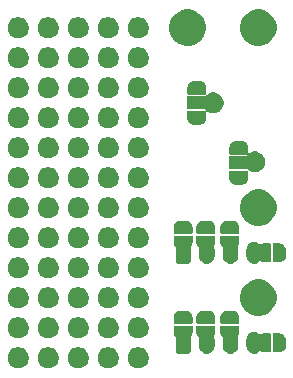
<source format=gbr>
%TF.GenerationSoftware,KiCad,Pcbnew,(5.1.6-0)*%
%TF.CreationDate,2022-05-02T22:38:42-07:00*%
%TF.ProjectId,rio-proto,72696f2d-7072-46f7-946f-2e6b69636164,rev?*%
%TF.SameCoordinates,PX87a6900PY757baf0*%
%TF.FileFunction,Soldermask,Bot*%
%TF.FilePolarity,Negative*%
%FSLAX46Y46*%
G04 Gerber Fmt 4.6, Leading zero omitted, Abs format (unit mm)*
G04 Created by KiCad (PCBNEW (5.1.6-0)) date 2022-05-02 22:38:42*
%MOMM*%
%LPD*%
G01*
G04 APERTURE LIST*
%ADD10C,0.100000*%
G04 APERTURE END LIST*
D10*
G36*
X12962813Y2136376D02*
G01*
X13066210Y2093547D01*
X13126784Y2068456D01*
X13274354Y1969853D01*
X13399853Y1844354D01*
X13498456Y1696784D01*
X13566376Y1532812D01*
X13601000Y1358741D01*
X13601000Y1181259D01*
X13566376Y1007188D01*
X13498456Y843216D01*
X13399853Y695646D01*
X13274354Y570147D01*
X13126784Y471544D01*
X13066210Y446453D01*
X12962813Y403624D01*
X12788742Y369000D01*
X12611258Y369000D01*
X12437187Y403624D01*
X12333790Y446453D01*
X12273216Y471544D01*
X12125646Y570147D01*
X12000147Y695646D01*
X11901544Y843216D01*
X11833624Y1007188D01*
X11799000Y1181259D01*
X11799000Y1358741D01*
X11833624Y1532812D01*
X11901544Y1696784D01*
X12000147Y1844354D01*
X12125646Y1969853D01*
X12273216Y2068456D01*
X12333790Y2093547D01*
X12437187Y2136376D01*
X12611258Y2171000D01*
X12788742Y2171000D01*
X12962813Y2136376D01*
G37*
G36*
X10422813Y2136376D02*
G01*
X10526210Y2093547D01*
X10586784Y2068456D01*
X10734354Y1969853D01*
X10859853Y1844354D01*
X10958456Y1696784D01*
X11026376Y1532812D01*
X11061000Y1358741D01*
X11061000Y1181259D01*
X11026376Y1007188D01*
X10958456Y843216D01*
X10859853Y695646D01*
X10734354Y570147D01*
X10586784Y471544D01*
X10526210Y446453D01*
X10422813Y403624D01*
X10248742Y369000D01*
X10071258Y369000D01*
X9897187Y403624D01*
X9793790Y446453D01*
X9733216Y471544D01*
X9585646Y570147D01*
X9460147Y695646D01*
X9361544Y843216D01*
X9293624Y1007188D01*
X9259000Y1181259D01*
X9259000Y1358741D01*
X9293624Y1532812D01*
X9361544Y1696784D01*
X9460147Y1844354D01*
X9585646Y1969853D01*
X9733216Y2068456D01*
X9793790Y2093547D01*
X9897187Y2136376D01*
X10071258Y2171000D01*
X10248742Y2171000D01*
X10422813Y2136376D01*
G37*
G36*
X7882813Y2136376D02*
G01*
X7986210Y2093547D01*
X8046784Y2068456D01*
X8194354Y1969853D01*
X8319853Y1844354D01*
X8418456Y1696784D01*
X8486376Y1532812D01*
X8521000Y1358741D01*
X8521000Y1181259D01*
X8486376Y1007188D01*
X8418456Y843216D01*
X8319853Y695646D01*
X8194354Y570147D01*
X8046784Y471544D01*
X7986210Y446453D01*
X7882813Y403624D01*
X7708742Y369000D01*
X7531258Y369000D01*
X7357187Y403624D01*
X7253790Y446453D01*
X7193216Y471544D01*
X7045646Y570147D01*
X6920147Y695646D01*
X6821544Y843216D01*
X6753624Y1007188D01*
X6719000Y1181259D01*
X6719000Y1358741D01*
X6753624Y1532812D01*
X6821544Y1696784D01*
X6920147Y1844354D01*
X7045646Y1969853D01*
X7193216Y2068456D01*
X7253790Y2093547D01*
X7357187Y2136376D01*
X7531258Y2171000D01*
X7708742Y2171000D01*
X7882813Y2136376D01*
G37*
G36*
X5342813Y2136376D02*
G01*
X5446210Y2093547D01*
X5506784Y2068456D01*
X5654354Y1969853D01*
X5779853Y1844354D01*
X5878456Y1696784D01*
X5946376Y1532812D01*
X5981000Y1358741D01*
X5981000Y1181259D01*
X5946376Y1007188D01*
X5878456Y843216D01*
X5779853Y695646D01*
X5654354Y570147D01*
X5506784Y471544D01*
X5446210Y446453D01*
X5342813Y403624D01*
X5168742Y369000D01*
X4991258Y369000D01*
X4817187Y403624D01*
X4713790Y446453D01*
X4653216Y471544D01*
X4505646Y570147D01*
X4380147Y695646D01*
X4281544Y843216D01*
X4213624Y1007188D01*
X4179000Y1181259D01*
X4179000Y1358741D01*
X4213624Y1532812D01*
X4281544Y1696784D01*
X4380147Y1844354D01*
X4505646Y1969853D01*
X4653216Y2068456D01*
X4713790Y2093547D01*
X4817187Y2136376D01*
X4991258Y2171000D01*
X5168742Y2171000D01*
X5342813Y2136376D01*
G37*
G36*
X2802813Y2136376D02*
G01*
X2906210Y2093547D01*
X2966784Y2068456D01*
X3114354Y1969853D01*
X3239853Y1844354D01*
X3338456Y1696784D01*
X3406376Y1532812D01*
X3441000Y1358741D01*
X3441000Y1181259D01*
X3406376Y1007188D01*
X3338456Y843216D01*
X3239853Y695646D01*
X3114354Y570147D01*
X2966784Y471544D01*
X2906210Y446453D01*
X2802813Y403624D01*
X2628742Y369000D01*
X2451258Y369000D01*
X2277187Y403624D01*
X2173790Y446453D01*
X2113216Y471544D01*
X1965646Y570147D01*
X1840147Y695646D01*
X1741544Y843216D01*
X1673624Y1007188D01*
X1639000Y1181259D01*
X1639000Y1358741D01*
X1673624Y1532812D01*
X1741544Y1696784D01*
X1840147Y1844354D01*
X1965646Y1969853D01*
X2113216Y2068456D01*
X2173790Y2093547D01*
X2277187Y2136376D01*
X2451258Y2171000D01*
X2628742Y2171000D01*
X2802813Y2136376D01*
G37*
G36*
X19164994Y3965247D02*
G01*
X19165000Y3965247D01*
X19174998Y3964262D01*
X19184611Y3961346D01*
X19184613Y3961345D01*
X19193473Y3956609D01*
X19201238Y3950238D01*
X19207609Y3942473D01*
X19207610Y3942471D01*
X19212346Y3933611D01*
X19215262Y3923998D01*
X19216247Y3914000D01*
X19216247Y3913994D01*
X19216433Y3912105D01*
X19216433Y3415895D01*
X19216247Y3414007D01*
X19216247Y3414000D01*
X19215262Y3404002D01*
X19215119Y3402554D01*
X19214211Y3397991D01*
X19214025Y3394214D01*
X19214025Y3366886D01*
X19213839Y3364997D01*
X19213839Y3364991D01*
X19213239Y3358905D01*
X19212667Y3353096D01*
X19194285Y3260686D01*
X19193734Y3258868D01*
X19193732Y3258860D01*
X19190816Y3249247D01*
X19190264Y3247428D01*
X19154200Y3160360D01*
X19147678Y3148158D01*
X19117389Y3102828D01*
X19113832Y3096172D01*
X19111641Y3088950D01*
X19110901Y3081439D01*
X19111641Y3073928D01*
X19113402Y3069005D01*
X19113255Y3068960D01*
X19139123Y2983683D01*
X19151580Y2942618D01*
X19161000Y2846973D01*
X19161000Y2233027D01*
X19151580Y2137382D01*
X19151579Y2137379D01*
X19114355Y2014668D01*
X19053907Y1901575D01*
X18972553Y1802447D01*
X18873425Y1721093D01*
X18760332Y1660645D01*
X18637618Y1623420D01*
X18510000Y1610851D01*
X18382383Y1623420D01*
X18259669Y1660645D01*
X18146576Y1721093D01*
X18047448Y1802447D01*
X17966093Y1901575D01*
X17905645Y2014668D01*
X17868421Y2137379D01*
X17868420Y2137382D01*
X17859000Y2233027D01*
X17859000Y2846972D01*
X17867013Y2928331D01*
X17867013Y2935872D01*
X17865540Y2943274D01*
X17862652Y2950247D01*
X17858459Y2956522D01*
X17853123Y2961859D01*
X17850088Y2964110D01*
X17820795Y2983683D01*
X17810101Y2992459D01*
X17743459Y3059101D01*
X17734683Y3069795D01*
X17682322Y3148158D01*
X17675800Y3160360D01*
X17639736Y3247428D01*
X17639184Y3249247D01*
X17636268Y3258860D01*
X17636266Y3258868D01*
X17635715Y3260686D01*
X17617333Y3353096D01*
X17616761Y3358905D01*
X17616161Y3364991D01*
X17616161Y3364997D01*
X17615975Y3366886D01*
X17615975Y3394214D01*
X17615235Y3401725D01*
X17614786Y3403517D01*
X17614738Y3404002D01*
X17613753Y3414000D01*
X17613753Y3414006D01*
X17613567Y3415895D01*
X17613567Y3912105D01*
X17613753Y3913994D01*
X17613753Y3914000D01*
X17614738Y3923998D01*
X17617654Y3933611D01*
X17622390Y3942471D01*
X17622391Y3942473D01*
X17628762Y3950238D01*
X17636527Y3956609D01*
X17645387Y3961345D01*
X17645389Y3961346D01*
X17655002Y3964262D01*
X17665000Y3965247D01*
X17665006Y3965247D01*
X17666895Y3965433D01*
X19163105Y3965433D01*
X19164994Y3965247D01*
G37*
G36*
X21196994Y3965247D02*
G01*
X21197000Y3965247D01*
X21206998Y3964262D01*
X21216611Y3961346D01*
X21216613Y3961345D01*
X21225473Y3956609D01*
X21233238Y3950238D01*
X21239609Y3942473D01*
X21239610Y3942471D01*
X21244346Y3933611D01*
X21247262Y3923998D01*
X21248247Y3914000D01*
X21248247Y3913994D01*
X21248433Y3912105D01*
X21248433Y3415895D01*
X21248247Y3414007D01*
X21248247Y3414000D01*
X21247262Y3404002D01*
X21247119Y3402554D01*
X21246211Y3397991D01*
X21246025Y3394214D01*
X21246025Y3366886D01*
X21245839Y3364997D01*
X21245839Y3364991D01*
X21245239Y3358905D01*
X21244667Y3353096D01*
X21226285Y3260686D01*
X21225734Y3258868D01*
X21225732Y3258860D01*
X21222816Y3249247D01*
X21222264Y3247428D01*
X21186200Y3160360D01*
X21179678Y3148159D01*
X21127587Y3070200D01*
X21124030Y3063544D01*
X21121839Y3056322D01*
X21121099Y3048811D01*
X21121839Y3041300D01*
X21122757Y3037635D01*
X21130672Y3011543D01*
X21151580Y2942618D01*
X21161000Y2846973D01*
X21161000Y2233027D01*
X21151580Y2137382D01*
X21151579Y2137379D01*
X21114355Y2014668D01*
X21053907Y1901575D01*
X20972553Y1802447D01*
X20873425Y1721093D01*
X20760332Y1660645D01*
X20637618Y1623420D01*
X20510000Y1610851D01*
X20382383Y1623420D01*
X20259669Y1660645D01*
X20146576Y1721093D01*
X20047448Y1802447D01*
X19966093Y1901575D01*
X19905645Y2014668D01*
X19868421Y2137379D01*
X19868420Y2137382D01*
X19859000Y2233027D01*
X19859000Y2846972D01*
X19868420Y2942617D01*
X19868421Y2942621D01*
X19868611Y2944551D01*
X19869328Y2948152D01*
X19869329Y2955699D01*
X19867858Y2963101D01*
X19864972Y2970075D01*
X19860780Y2976351D01*
X19855444Y2981688D01*
X19853165Y2983379D01*
X19842101Y2992459D01*
X19775459Y3059101D01*
X19766683Y3069795D01*
X19714322Y3148158D01*
X19707800Y3160360D01*
X19671736Y3247428D01*
X19671184Y3249247D01*
X19668268Y3258860D01*
X19668266Y3258868D01*
X19667715Y3260686D01*
X19649333Y3353096D01*
X19648761Y3358905D01*
X19648161Y3364991D01*
X19648161Y3364997D01*
X19647975Y3366886D01*
X19647975Y3394214D01*
X19647235Y3401725D01*
X19646786Y3403517D01*
X19646738Y3404002D01*
X19645753Y3414000D01*
X19645753Y3414006D01*
X19645567Y3415895D01*
X19645567Y3912105D01*
X19645753Y3913994D01*
X19645753Y3914000D01*
X19646738Y3923998D01*
X19649654Y3933611D01*
X19654390Y3942471D01*
X19654391Y3942473D01*
X19660762Y3950238D01*
X19668527Y3956609D01*
X19677387Y3961345D01*
X19677389Y3961346D01*
X19687002Y3964262D01*
X19697000Y3965247D01*
X19697006Y3965247D01*
X19698895Y3965433D01*
X21195105Y3965433D01*
X21196994Y3965247D01*
G37*
G36*
X22637617Y3456580D02*
G01*
X22757262Y3420286D01*
X22760331Y3419355D01*
X22873424Y3358907D01*
X22922376Y3318732D01*
X22972553Y3277553D01*
X22993592Y3251917D01*
X22998926Y3246584D01*
X23005201Y3242391D01*
X23012173Y3239503D01*
X23019576Y3238030D01*
X23027123Y3238030D01*
X23034525Y3239503D01*
X23041497Y3242391D01*
X23044738Y3244333D01*
X23087159Y3272678D01*
X23099360Y3279200D01*
X23186428Y3315264D01*
X23188244Y3315815D01*
X23188247Y3315816D01*
X23197860Y3318732D01*
X23197868Y3318734D01*
X23199686Y3319285D01*
X23292096Y3337667D01*
X23293991Y3337854D01*
X23293993Y3337854D01*
X23303991Y3338839D01*
X23303997Y3338839D01*
X23305886Y3339025D01*
X23333214Y3339025D01*
X23340725Y3339765D01*
X23342517Y3340214D01*
X23343001Y3340262D01*
X23343002Y3340262D01*
X23353000Y3341247D01*
X23353006Y3341247D01*
X23354895Y3341433D01*
X23851105Y3341433D01*
X23852994Y3341247D01*
X23853000Y3341247D01*
X23862998Y3340262D01*
X23872611Y3337346D01*
X23872613Y3337345D01*
X23881473Y3332609D01*
X23889238Y3326238D01*
X23895609Y3318473D01*
X23895610Y3318471D01*
X23900346Y3309611D01*
X23903262Y3299998D01*
X23904247Y3290000D01*
X23904247Y3289994D01*
X23904433Y3288105D01*
X23904433Y1791895D01*
X23904247Y1790006D01*
X23904247Y1790000D01*
X23903404Y1781447D01*
X23903262Y1780002D01*
X23900345Y1770387D01*
X23895609Y1761527D01*
X23889238Y1753762D01*
X23881473Y1747391D01*
X23881471Y1747390D01*
X23872611Y1742654D01*
X23862998Y1739738D01*
X23853000Y1738753D01*
X23852994Y1738753D01*
X23851105Y1738567D01*
X23354895Y1738567D01*
X23353007Y1738753D01*
X23353000Y1738753D01*
X23343002Y1739738D01*
X23343000Y1739739D01*
X23341554Y1739881D01*
X23336991Y1740789D01*
X23333214Y1740975D01*
X23305886Y1740975D01*
X23303997Y1741161D01*
X23303991Y1741161D01*
X23293993Y1742146D01*
X23293991Y1742146D01*
X23292096Y1742333D01*
X23199686Y1760715D01*
X23197868Y1761266D01*
X23197860Y1761268D01*
X23188247Y1764184D01*
X23188244Y1764185D01*
X23186428Y1764736D01*
X23099360Y1800800D01*
X23087158Y1807322D01*
X23044738Y1835666D01*
X23038082Y1839224D01*
X23030859Y1841414D01*
X23023349Y1842154D01*
X23015838Y1841414D01*
X23008616Y1839223D01*
X23001960Y1835666D01*
X22993589Y1828078D01*
X22972556Y1802449D01*
X22873425Y1721093D01*
X22760332Y1660645D01*
X22637618Y1623420D01*
X22510000Y1610851D01*
X22382383Y1623420D01*
X22259669Y1660645D01*
X22146576Y1721093D01*
X22047448Y1802447D01*
X21966093Y1901575D01*
X21905645Y2014668D01*
X21868421Y2137379D01*
X21868420Y2137382D01*
X21859000Y2233027D01*
X21859000Y2846972D01*
X21868420Y2942617D01*
X21905645Y3065331D01*
X21908031Y3069795D01*
X21966093Y3178424D01*
X22020184Y3244333D01*
X22047447Y3277553D01*
X22114532Y3332609D01*
X22146575Y3358907D01*
X22259668Y3419355D01*
X22262737Y3420286D01*
X22382382Y3456580D01*
X22510000Y3469149D01*
X22637617Y3456580D01*
G37*
G36*
X17244994Y3965247D02*
G01*
X17245000Y3965247D01*
X17254998Y3964262D01*
X17264611Y3961346D01*
X17264613Y3961345D01*
X17273473Y3956609D01*
X17281238Y3950238D01*
X17287609Y3942473D01*
X17287610Y3942471D01*
X17292346Y3933611D01*
X17295262Y3923998D01*
X17296247Y3914000D01*
X17296247Y3913994D01*
X17296433Y3912105D01*
X17296433Y3415895D01*
X17296247Y3414007D01*
X17296247Y3414000D01*
X17295262Y3404002D01*
X17295119Y3402554D01*
X17294211Y3397991D01*
X17294025Y3394214D01*
X17294025Y3366886D01*
X17293839Y3364997D01*
X17293839Y3364991D01*
X17293239Y3358905D01*
X17292667Y3353096D01*
X17274285Y3260686D01*
X17273734Y3258868D01*
X17273732Y3258860D01*
X17270816Y3249247D01*
X17270264Y3247428D01*
X17234200Y3160360D01*
X17227678Y3148158D01*
X17175317Y3069795D01*
X17169739Y3062998D01*
X17165546Y3056723D01*
X17162658Y3049750D01*
X17161000Y3038575D01*
X17161000Y1864686D01*
X17156036Y1814289D01*
X17141889Y1767654D01*
X17118916Y1724672D01*
X17088000Y1687000D01*
X17050328Y1656084D01*
X17007346Y1633111D01*
X16960711Y1618964D01*
X16910314Y1614000D01*
X16109686Y1614000D01*
X16059289Y1618964D01*
X16012654Y1633111D01*
X15969672Y1656084D01*
X15932000Y1687000D01*
X15901084Y1724672D01*
X15878111Y1767654D01*
X15863964Y1814289D01*
X15859000Y1864686D01*
X15859000Y3007613D01*
X15858260Y3015124D01*
X15856069Y3022346D01*
X15852512Y3029002D01*
X15847724Y3034836D01*
X15823459Y3059101D01*
X15814683Y3069795D01*
X15762322Y3148158D01*
X15755800Y3160360D01*
X15719736Y3247428D01*
X15719184Y3249247D01*
X15716268Y3258860D01*
X15716266Y3258868D01*
X15715715Y3260686D01*
X15697333Y3353096D01*
X15696761Y3358905D01*
X15696161Y3364991D01*
X15696161Y3364997D01*
X15695975Y3366886D01*
X15695975Y3394214D01*
X15695235Y3401725D01*
X15694786Y3403517D01*
X15694738Y3404002D01*
X15693753Y3414000D01*
X15693753Y3414006D01*
X15693567Y3415895D01*
X15693567Y3912105D01*
X15693753Y3913994D01*
X15693753Y3914000D01*
X15694738Y3923998D01*
X15697654Y3933611D01*
X15702390Y3942471D01*
X15702391Y3942473D01*
X15708762Y3950238D01*
X15716527Y3956609D01*
X15725387Y3961345D01*
X15725389Y3961346D01*
X15735002Y3964262D01*
X15745000Y3965247D01*
X15745006Y3965247D01*
X15746895Y3965433D01*
X17243105Y3965433D01*
X17244994Y3965247D01*
G37*
G36*
X24652993Y3341247D02*
G01*
X24653000Y3341247D01*
X24662998Y3340262D01*
X24663000Y3340261D01*
X24664446Y3340119D01*
X24669009Y3339211D01*
X24672786Y3339025D01*
X24700114Y3339025D01*
X24702003Y3338839D01*
X24702009Y3338839D01*
X24712007Y3337854D01*
X24712009Y3337854D01*
X24713904Y3337667D01*
X24806314Y3319285D01*
X24808132Y3318734D01*
X24808140Y3318732D01*
X24817753Y3315816D01*
X24817756Y3315815D01*
X24819572Y3315264D01*
X24906640Y3279200D01*
X24918842Y3272678D01*
X24997205Y3220317D01*
X25007899Y3211541D01*
X25074541Y3144899D01*
X25083317Y3134205D01*
X25135678Y3055842D01*
X25142200Y3043640D01*
X25178264Y2956572D01*
X25178815Y2954756D01*
X25178816Y2954753D01*
X25181732Y2945140D01*
X25181734Y2945132D01*
X25182285Y2943314D01*
X25200667Y2850904D01*
X25200854Y2849009D01*
X25200854Y2849007D01*
X25201839Y2839009D01*
X25201839Y2839003D01*
X25202025Y2837114D01*
X25202025Y2809786D01*
X25202765Y2802275D01*
X25203214Y2800483D01*
X25203262Y2799999D01*
X25203262Y2799998D01*
X25204247Y2790000D01*
X25204247Y2789994D01*
X25204433Y2788105D01*
X25204433Y2291895D01*
X25204247Y2290007D01*
X25204247Y2290000D01*
X25203262Y2280002D01*
X25203119Y2278554D01*
X25202211Y2273991D01*
X25202025Y2270214D01*
X25202025Y2242886D01*
X25201839Y2240997D01*
X25201839Y2240991D01*
X25201054Y2233027D01*
X25200667Y2229096D01*
X25182285Y2136686D01*
X25181734Y2134868D01*
X25181732Y2134860D01*
X25178816Y2125247D01*
X25178264Y2123428D01*
X25142200Y2036360D01*
X25135678Y2024158D01*
X25083317Y1945795D01*
X25074541Y1935101D01*
X25007899Y1868459D01*
X24997205Y1859683D01*
X24918842Y1807322D01*
X24906640Y1800800D01*
X24819572Y1764736D01*
X24817756Y1764185D01*
X24817753Y1764184D01*
X24808140Y1761268D01*
X24808132Y1761266D01*
X24806314Y1760715D01*
X24713904Y1742333D01*
X24712009Y1742146D01*
X24712007Y1742146D01*
X24702009Y1741161D01*
X24702003Y1741161D01*
X24700114Y1740975D01*
X24672786Y1740975D01*
X24665275Y1740235D01*
X24663483Y1739786D01*
X24662999Y1739738D01*
X24662998Y1739738D01*
X24653000Y1738753D01*
X24652994Y1738753D01*
X24651105Y1738567D01*
X24154895Y1738567D01*
X24153006Y1738753D01*
X24153000Y1738753D01*
X24143002Y1739738D01*
X24133389Y1742654D01*
X24124529Y1747390D01*
X24124527Y1747391D01*
X24116762Y1753762D01*
X24110391Y1761527D01*
X24105655Y1770387D01*
X24102738Y1780002D01*
X24102596Y1781447D01*
X24101753Y1790000D01*
X24101753Y1790006D01*
X24101567Y1791895D01*
X24101567Y3288105D01*
X24101753Y3289994D01*
X24101753Y3290000D01*
X24102738Y3299998D01*
X24105654Y3309611D01*
X24110390Y3318471D01*
X24110391Y3318473D01*
X24116762Y3326238D01*
X24124527Y3332609D01*
X24133387Y3337345D01*
X24133389Y3337346D01*
X24143002Y3340262D01*
X24153000Y3341247D01*
X24153006Y3341247D01*
X24154895Y3341433D01*
X24651105Y3341433D01*
X24652993Y3341247D01*
G37*
G36*
X12962813Y4676376D02*
G01*
X13066210Y4633547D01*
X13126784Y4608456D01*
X13274354Y4509853D01*
X13399853Y4384354D01*
X13498456Y4236784D01*
X13522904Y4177762D01*
X13566376Y4072813D01*
X13592302Y3942471D01*
X13601000Y3898741D01*
X13601000Y3721259D01*
X13566376Y3547188D01*
X13498456Y3383216D01*
X13399853Y3235646D01*
X13274354Y3110147D01*
X13126784Y3011544D01*
X13080709Y2992459D01*
X12962813Y2943624D01*
X12788742Y2909000D01*
X12611258Y2909000D01*
X12437187Y2943624D01*
X12319291Y2992459D01*
X12273216Y3011544D01*
X12125646Y3110147D01*
X12000147Y3235646D01*
X11901544Y3383216D01*
X11833624Y3547188D01*
X11799000Y3721259D01*
X11799000Y3898741D01*
X11807698Y3942471D01*
X11833624Y4072813D01*
X11877096Y4177762D01*
X11901544Y4236784D01*
X12000147Y4384354D01*
X12125646Y4509853D01*
X12273216Y4608456D01*
X12333790Y4633547D01*
X12437187Y4676376D01*
X12611258Y4711000D01*
X12788742Y4711000D01*
X12962813Y4676376D01*
G37*
G36*
X10422813Y4676376D02*
G01*
X10526210Y4633547D01*
X10586784Y4608456D01*
X10734354Y4509853D01*
X10859853Y4384354D01*
X10958456Y4236784D01*
X10982904Y4177762D01*
X11026376Y4072813D01*
X11052302Y3942471D01*
X11061000Y3898741D01*
X11061000Y3721259D01*
X11026376Y3547188D01*
X10958456Y3383216D01*
X10859853Y3235646D01*
X10734354Y3110147D01*
X10586784Y3011544D01*
X10540709Y2992459D01*
X10422813Y2943624D01*
X10248742Y2909000D01*
X10071258Y2909000D01*
X9897187Y2943624D01*
X9779291Y2992459D01*
X9733216Y3011544D01*
X9585646Y3110147D01*
X9460147Y3235646D01*
X9361544Y3383216D01*
X9293624Y3547188D01*
X9259000Y3721259D01*
X9259000Y3898741D01*
X9267698Y3942471D01*
X9293624Y4072813D01*
X9337096Y4177762D01*
X9361544Y4236784D01*
X9460147Y4384354D01*
X9585646Y4509853D01*
X9733216Y4608456D01*
X9793790Y4633547D01*
X9897187Y4676376D01*
X10071258Y4711000D01*
X10248742Y4711000D01*
X10422813Y4676376D01*
G37*
G36*
X7882813Y4676376D02*
G01*
X7986210Y4633547D01*
X8046784Y4608456D01*
X8194354Y4509853D01*
X8319853Y4384354D01*
X8418456Y4236784D01*
X8442904Y4177762D01*
X8486376Y4072813D01*
X8512302Y3942471D01*
X8521000Y3898741D01*
X8521000Y3721259D01*
X8486376Y3547188D01*
X8418456Y3383216D01*
X8319853Y3235646D01*
X8194354Y3110147D01*
X8046784Y3011544D01*
X8000709Y2992459D01*
X7882813Y2943624D01*
X7708742Y2909000D01*
X7531258Y2909000D01*
X7357187Y2943624D01*
X7239291Y2992459D01*
X7193216Y3011544D01*
X7045646Y3110147D01*
X6920147Y3235646D01*
X6821544Y3383216D01*
X6753624Y3547188D01*
X6719000Y3721259D01*
X6719000Y3898741D01*
X6727698Y3942471D01*
X6753624Y4072813D01*
X6797096Y4177762D01*
X6821544Y4236784D01*
X6920147Y4384354D01*
X7045646Y4509853D01*
X7193216Y4608456D01*
X7253790Y4633547D01*
X7357187Y4676376D01*
X7531258Y4711000D01*
X7708742Y4711000D01*
X7882813Y4676376D01*
G37*
G36*
X2802813Y4676376D02*
G01*
X2906210Y4633547D01*
X2966784Y4608456D01*
X3114354Y4509853D01*
X3239853Y4384354D01*
X3338456Y4236784D01*
X3362904Y4177762D01*
X3406376Y4072813D01*
X3432302Y3942471D01*
X3441000Y3898741D01*
X3441000Y3721259D01*
X3406376Y3547188D01*
X3338456Y3383216D01*
X3239853Y3235646D01*
X3114354Y3110147D01*
X2966784Y3011544D01*
X2920709Y2992459D01*
X2802813Y2943624D01*
X2628742Y2909000D01*
X2451258Y2909000D01*
X2277187Y2943624D01*
X2159291Y2992459D01*
X2113216Y3011544D01*
X1965646Y3110147D01*
X1840147Y3235646D01*
X1741544Y3383216D01*
X1673624Y3547188D01*
X1639000Y3721259D01*
X1639000Y3898741D01*
X1647698Y3942471D01*
X1673624Y4072813D01*
X1717096Y4177762D01*
X1741544Y4236784D01*
X1840147Y4384354D01*
X1965646Y4509853D01*
X2113216Y4608456D01*
X2173790Y4633547D01*
X2277187Y4676376D01*
X2451258Y4711000D01*
X2628742Y4711000D01*
X2802813Y4676376D01*
G37*
G36*
X5342813Y4676376D02*
G01*
X5446210Y4633547D01*
X5506784Y4608456D01*
X5654354Y4509853D01*
X5779853Y4384354D01*
X5878456Y4236784D01*
X5902904Y4177762D01*
X5946376Y4072813D01*
X5972302Y3942471D01*
X5981000Y3898741D01*
X5981000Y3721259D01*
X5946376Y3547188D01*
X5878456Y3383216D01*
X5779853Y3235646D01*
X5654354Y3110147D01*
X5506784Y3011544D01*
X5460709Y2992459D01*
X5342813Y2943624D01*
X5168742Y2909000D01*
X4991258Y2909000D01*
X4817187Y2943624D01*
X4699291Y2992459D01*
X4653216Y3011544D01*
X4505646Y3110147D01*
X4380147Y3235646D01*
X4281544Y3383216D01*
X4213624Y3547188D01*
X4179000Y3721259D01*
X4179000Y3898741D01*
X4187698Y3942471D01*
X4213624Y4072813D01*
X4257096Y4177762D01*
X4281544Y4236784D01*
X4380147Y4384354D01*
X4505646Y4509853D01*
X4653216Y4608456D01*
X4713790Y4633547D01*
X4817187Y4676376D01*
X4991258Y4711000D01*
X5168742Y4711000D01*
X5342813Y4676376D01*
G37*
G36*
X16744993Y5265247D02*
G01*
X16745000Y5265247D01*
X16754998Y5264262D01*
X16755000Y5264261D01*
X16756446Y5264119D01*
X16761009Y5263211D01*
X16764786Y5263025D01*
X16792114Y5263025D01*
X16794003Y5262839D01*
X16794009Y5262839D01*
X16804007Y5261854D01*
X16804009Y5261854D01*
X16805904Y5261667D01*
X16898314Y5243285D01*
X16900132Y5242734D01*
X16900140Y5242732D01*
X16909753Y5239816D01*
X16909756Y5239815D01*
X16911572Y5239264D01*
X16998640Y5203200D01*
X17010842Y5196678D01*
X17089205Y5144317D01*
X17099899Y5135541D01*
X17166541Y5068899D01*
X17175317Y5058205D01*
X17227678Y4979842D01*
X17234200Y4967640D01*
X17270264Y4880572D01*
X17270815Y4878756D01*
X17270816Y4878753D01*
X17273732Y4869140D01*
X17273734Y4869132D01*
X17274285Y4867314D01*
X17292667Y4774904D01*
X17292854Y4773009D01*
X17292854Y4773007D01*
X17293839Y4763009D01*
X17293839Y4763003D01*
X17294025Y4761114D01*
X17294025Y4733786D01*
X17294765Y4726275D01*
X17295214Y4724483D01*
X17295262Y4723999D01*
X17295262Y4723998D01*
X17296247Y4714000D01*
X17296247Y4713994D01*
X17296433Y4712105D01*
X17296433Y4215895D01*
X17296247Y4214006D01*
X17296247Y4214000D01*
X17295262Y4204002D01*
X17292345Y4194387D01*
X17287609Y4185527D01*
X17281238Y4177762D01*
X17273473Y4171391D01*
X17273471Y4171390D01*
X17264611Y4166654D01*
X17254998Y4163738D01*
X17245000Y4162753D01*
X17244994Y4162753D01*
X17243105Y4162567D01*
X15746895Y4162567D01*
X15745006Y4162753D01*
X15745000Y4162753D01*
X15735002Y4163738D01*
X15725389Y4166654D01*
X15716529Y4171390D01*
X15716527Y4171391D01*
X15708762Y4177762D01*
X15702391Y4185527D01*
X15697655Y4194387D01*
X15694738Y4204002D01*
X15693753Y4214000D01*
X15693753Y4214006D01*
X15693567Y4215895D01*
X15693567Y4712105D01*
X15693753Y4713993D01*
X15693753Y4714000D01*
X15694738Y4723998D01*
X15694739Y4724000D01*
X15694881Y4725446D01*
X15695789Y4730009D01*
X15695975Y4733786D01*
X15695975Y4761114D01*
X15696161Y4763003D01*
X15696161Y4763009D01*
X15697146Y4773007D01*
X15697146Y4773009D01*
X15697333Y4774904D01*
X15715715Y4867314D01*
X15716266Y4869132D01*
X15716268Y4869140D01*
X15719184Y4878753D01*
X15719185Y4878756D01*
X15719736Y4880572D01*
X15755800Y4967640D01*
X15762322Y4979842D01*
X15814683Y5058205D01*
X15823459Y5068899D01*
X15890101Y5135541D01*
X15900795Y5144317D01*
X15979158Y5196678D01*
X15991360Y5203200D01*
X16078428Y5239264D01*
X16080244Y5239815D01*
X16080247Y5239816D01*
X16089860Y5242732D01*
X16089868Y5242734D01*
X16091686Y5243285D01*
X16184096Y5261667D01*
X16185991Y5261854D01*
X16185993Y5261854D01*
X16195991Y5262839D01*
X16195997Y5262839D01*
X16197886Y5263025D01*
X16225214Y5263025D01*
X16232725Y5263765D01*
X16234517Y5264214D01*
X16235001Y5264262D01*
X16235002Y5264262D01*
X16245000Y5265247D01*
X16245006Y5265247D01*
X16246895Y5265433D01*
X16743105Y5265433D01*
X16744993Y5265247D01*
G37*
G36*
X18664993Y5265247D02*
G01*
X18665000Y5265247D01*
X18674998Y5264262D01*
X18675000Y5264261D01*
X18676446Y5264119D01*
X18681009Y5263211D01*
X18684786Y5263025D01*
X18712114Y5263025D01*
X18714003Y5262839D01*
X18714009Y5262839D01*
X18724007Y5261854D01*
X18724009Y5261854D01*
X18725904Y5261667D01*
X18818314Y5243285D01*
X18820132Y5242734D01*
X18820140Y5242732D01*
X18829753Y5239816D01*
X18829756Y5239815D01*
X18831572Y5239264D01*
X18918640Y5203200D01*
X18930842Y5196678D01*
X19009205Y5144317D01*
X19019899Y5135541D01*
X19086541Y5068899D01*
X19095317Y5058205D01*
X19147678Y4979842D01*
X19154200Y4967640D01*
X19190264Y4880572D01*
X19190815Y4878756D01*
X19190816Y4878753D01*
X19193732Y4869140D01*
X19193734Y4869132D01*
X19194285Y4867314D01*
X19212667Y4774904D01*
X19212854Y4773009D01*
X19212854Y4773007D01*
X19213839Y4763009D01*
X19213839Y4763003D01*
X19214025Y4761114D01*
X19214025Y4733786D01*
X19214765Y4726275D01*
X19215214Y4724483D01*
X19215262Y4723999D01*
X19215262Y4723998D01*
X19216247Y4714000D01*
X19216247Y4713994D01*
X19216433Y4712105D01*
X19216433Y4215895D01*
X19216247Y4214006D01*
X19216247Y4214000D01*
X19215262Y4204002D01*
X19212345Y4194387D01*
X19207609Y4185527D01*
X19201238Y4177762D01*
X19193473Y4171391D01*
X19193471Y4171390D01*
X19184611Y4166654D01*
X19174998Y4163738D01*
X19165000Y4162753D01*
X19164994Y4162753D01*
X19163105Y4162567D01*
X17666895Y4162567D01*
X17665006Y4162753D01*
X17665000Y4162753D01*
X17655002Y4163738D01*
X17645389Y4166654D01*
X17636529Y4171390D01*
X17636527Y4171391D01*
X17628762Y4177762D01*
X17622391Y4185527D01*
X17617655Y4194387D01*
X17614738Y4204002D01*
X17613753Y4214000D01*
X17613753Y4214006D01*
X17613567Y4215895D01*
X17613567Y4712105D01*
X17613753Y4713993D01*
X17613753Y4714000D01*
X17614738Y4723998D01*
X17614739Y4724000D01*
X17614881Y4725446D01*
X17615789Y4730009D01*
X17615975Y4733786D01*
X17615975Y4761114D01*
X17616161Y4763003D01*
X17616161Y4763009D01*
X17617146Y4773007D01*
X17617146Y4773009D01*
X17617333Y4774904D01*
X17635715Y4867314D01*
X17636266Y4869132D01*
X17636268Y4869140D01*
X17639184Y4878753D01*
X17639185Y4878756D01*
X17639736Y4880572D01*
X17675800Y4967640D01*
X17682322Y4979842D01*
X17734683Y5058205D01*
X17743459Y5068899D01*
X17810101Y5135541D01*
X17820795Y5144317D01*
X17899158Y5196678D01*
X17911360Y5203200D01*
X17998428Y5239264D01*
X18000244Y5239815D01*
X18000247Y5239816D01*
X18009860Y5242732D01*
X18009868Y5242734D01*
X18011686Y5243285D01*
X18104096Y5261667D01*
X18105991Y5261854D01*
X18105993Y5261854D01*
X18115991Y5262839D01*
X18115997Y5262839D01*
X18117886Y5263025D01*
X18145214Y5263025D01*
X18152725Y5263765D01*
X18154517Y5264214D01*
X18155001Y5264262D01*
X18155002Y5264262D01*
X18165000Y5265247D01*
X18165006Y5265247D01*
X18166895Y5265433D01*
X18663105Y5265433D01*
X18664993Y5265247D01*
G37*
G36*
X20696993Y5265247D02*
G01*
X20697000Y5265247D01*
X20706998Y5264262D01*
X20707000Y5264261D01*
X20708446Y5264119D01*
X20713009Y5263211D01*
X20716786Y5263025D01*
X20744114Y5263025D01*
X20746003Y5262839D01*
X20746009Y5262839D01*
X20756007Y5261854D01*
X20756009Y5261854D01*
X20757904Y5261667D01*
X20850314Y5243285D01*
X20852132Y5242734D01*
X20852140Y5242732D01*
X20861753Y5239816D01*
X20861756Y5239815D01*
X20863572Y5239264D01*
X20950640Y5203200D01*
X20962842Y5196678D01*
X21041205Y5144317D01*
X21051899Y5135541D01*
X21118541Y5068899D01*
X21127317Y5058205D01*
X21179678Y4979842D01*
X21186200Y4967640D01*
X21222264Y4880572D01*
X21222815Y4878756D01*
X21222816Y4878753D01*
X21225732Y4869140D01*
X21225734Y4869132D01*
X21226285Y4867314D01*
X21244667Y4774904D01*
X21244854Y4773009D01*
X21244854Y4773007D01*
X21245839Y4763009D01*
X21245839Y4763003D01*
X21246025Y4761114D01*
X21246025Y4733786D01*
X21246765Y4726275D01*
X21247214Y4724483D01*
X21247262Y4723999D01*
X21247262Y4723998D01*
X21248247Y4714000D01*
X21248247Y4713994D01*
X21248433Y4712105D01*
X21248433Y4215895D01*
X21248247Y4214006D01*
X21248247Y4214000D01*
X21247262Y4204002D01*
X21244345Y4194387D01*
X21239609Y4185527D01*
X21233238Y4177762D01*
X21225473Y4171391D01*
X21225471Y4171390D01*
X21216611Y4166654D01*
X21206998Y4163738D01*
X21197000Y4162753D01*
X21196994Y4162753D01*
X21195105Y4162567D01*
X19698895Y4162567D01*
X19697006Y4162753D01*
X19697000Y4162753D01*
X19687002Y4163738D01*
X19677389Y4166654D01*
X19668529Y4171390D01*
X19668527Y4171391D01*
X19660762Y4177762D01*
X19654391Y4185527D01*
X19649655Y4194387D01*
X19646738Y4204002D01*
X19645753Y4214000D01*
X19645753Y4214006D01*
X19645567Y4215895D01*
X19645567Y4712105D01*
X19645753Y4713993D01*
X19645753Y4714000D01*
X19646738Y4723998D01*
X19646739Y4724000D01*
X19646881Y4725446D01*
X19647789Y4730009D01*
X19647975Y4733786D01*
X19647975Y4761114D01*
X19648161Y4763003D01*
X19648161Y4763009D01*
X19649146Y4773007D01*
X19649146Y4773009D01*
X19649333Y4774904D01*
X19667715Y4867314D01*
X19668266Y4869132D01*
X19668268Y4869140D01*
X19671184Y4878753D01*
X19671185Y4878756D01*
X19671736Y4880572D01*
X19707800Y4967640D01*
X19714322Y4979842D01*
X19766683Y5058205D01*
X19775459Y5068899D01*
X19842101Y5135541D01*
X19852795Y5144317D01*
X19931158Y5196678D01*
X19943360Y5203200D01*
X20030428Y5239264D01*
X20032244Y5239815D01*
X20032247Y5239816D01*
X20041860Y5242732D01*
X20041868Y5242734D01*
X20043686Y5243285D01*
X20136096Y5261667D01*
X20137991Y5261854D01*
X20137993Y5261854D01*
X20147991Y5262839D01*
X20147997Y5262839D01*
X20149886Y5263025D01*
X20177214Y5263025D01*
X20184725Y5263765D01*
X20186517Y5264214D01*
X20187001Y5264262D01*
X20187002Y5264262D01*
X20197000Y5265247D01*
X20197006Y5265247D01*
X20198895Y5265433D01*
X20695105Y5265433D01*
X20696993Y5265247D01*
G37*
G36*
X23312411Y7841397D02*
G01*
X23553336Y7741602D01*
X23594674Y7724479D01*
X23848705Y7554741D01*
X24064741Y7338705D01*
X24234479Y7084674D01*
X24234480Y7084671D01*
X24351397Y6802411D01*
X24411000Y6502761D01*
X24411000Y6197239D01*
X24351397Y5897589D01*
X24251602Y5656664D01*
X24234479Y5615326D01*
X24064741Y5361295D01*
X23848705Y5145259D01*
X23594674Y4975521D01*
X23575647Y4967640D01*
X23312411Y4858603D01*
X23012761Y4799000D01*
X22707239Y4799000D01*
X22407589Y4858603D01*
X22144353Y4967640D01*
X22125326Y4975521D01*
X21871295Y5145259D01*
X21655259Y5361295D01*
X21485521Y5615326D01*
X21468398Y5656664D01*
X21368603Y5897589D01*
X21309000Y6197239D01*
X21309000Y6502761D01*
X21368603Y6802411D01*
X21485520Y7084671D01*
X21485521Y7084674D01*
X21655259Y7338705D01*
X21871295Y7554741D01*
X22125326Y7724479D01*
X22166664Y7741602D01*
X22407589Y7841397D01*
X22707239Y7901000D01*
X23012761Y7901000D01*
X23312411Y7841397D01*
G37*
G36*
X2802813Y7216376D02*
G01*
X2906210Y7173547D01*
X2966784Y7148456D01*
X3114354Y7049853D01*
X3239853Y6924354D01*
X3338456Y6776784D01*
X3406376Y6612812D01*
X3441000Y6438741D01*
X3441000Y6261259D01*
X3406376Y6087188D01*
X3338456Y5923216D01*
X3239853Y5775646D01*
X3114354Y5650147D01*
X2966784Y5551544D01*
X2906210Y5526453D01*
X2802813Y5483624D01*
X2628742Y5449000D01*
X2451258Y5449000D01*
X2277187Y5483624D01*
X2173790Y5526453D01*
X2113216Y5551544D01*
X1965646Y5650147D01*
X1840147Y5775646D01*
X1741544Y5923216D01*
X1673624Y6087188D01*
X1639000Y6261259D01*
X1639000Y6438741D01*
X1673624Y6612812D01*
X1741544Y6776784D01*
X1840147Y6924354D01*
X1965646Y7049853D01*
X2113216Y7148456D01*
X2173790Y7173547D01*
X2277187Y7216376D01*
X2451258Y7251000D01*
X2628742Y7251000D01*
X2802813Y7216376D01*
G37*
G36*
X5342813Y7216376D02*
G01*
X5446210Y7173547D01*
X5506784Y7148456D01*
X5654354Y7049853D01*
X5779853Y6924354D01*
X5878456Y6776784D01*
X5946376Y6612812D01*
X5981000Y6438741D01*
X5981000Y6261259D01*
X5946376Y6087188D01*
X5878456Y5923216D01*
X5779853Y5775646D01*
X5654354Y5650147D01*
X5506784Y5551544D01*
X5446210Y5526453D01*
X5342813Y5483624D01*
X5168742Y5449000D01*
X4991258Y5449000D01*
X4817187Y5483624D01*
X4713790Y5526453D01*
X4653216Y5551544D01*
X4505646Y5650147D01*
X4380147Y5775646D01*
X4281544Y5923216D01*
X4213624Y6087188D01*
X4179000Y6261259D01*
X4179000Y6438741D01*
X4213624Y6612812D01*
X4281544Y6776784D01*
X4380147Y6924354D01*
X4505646Y7049853D01*
X4653216Y7148456D01*
X4713790Y7173547D01*
X4817187Y7216376D01*
X4991258Y7251000D01*
X5168742Y7251000D01*
X5342813Y7216376D01*
G37*
G36*
X7882813Y7216376D02*
G01*
X7986210Y7173547D01*
X8046784Y7148456D01*
X8194354Y7049853D01*
X8319853Y6924354D01*
X8418456Y6776784D01*
X8486376Y6612812D01*
X8521000Y6438741D01*
X8521000Y6261259D01*
X8486376Y6087188D01*
X8418456Y5923216D01*
X8319853Y5775646D01*
X8194354Y5650147D01*
X8046784Y5551544D01*
X7986210Y5526453D01*
X7882813Y5483624D01*
X7708742Y5449000D01*
X7531258Y5449000D01*
X7357187Y5483624D01*
X7253790Y5526453D01*
X7193216Y5551544D01*
X7045646Y5650147D01*
X6920147Y5775646D01*
X6821544Y5923216D01*
X6753624Y6087188D01*
X6719000Y6261259D01*
X6719000Y6438741D01*
X6753624Y6612812D01*
X6821544Y6776784D01*
X6920147Y6924354D01*
X7045646Y7049853D01*
X7193216Y7148456D01*
X7253790Y7173547D01*
X7357187Y7216376D01*
X7531258Y7251000D01*
X7708742Y7251000D01*
X7882813Y7216376D01*
G37*
G36*
X10422813Y7216376D02*
G01*
X10526210Y7173547D01*
X10586784Y7148456D01*
X10734354Y7049853D01*
X10859853Y6924354D01*
X10958456Y6776784D01*
X11026376Y6612812D01*
X11061000Y6438741D01*
X11061000Y6261259D01*
X11026376Y6087188D01*
X10958456Y5923216D01*
X10859853Y5775646D01*
X10734354Y5650147D01*
X10586784Y5551544D01*
X10526210Y5526453D01*
X10422813Y5483624D01*
X10248742Y5449000D01*
X10071258Y5449000D01*
X9897187Y5483624D01*
X9793790Y5526453D01*
X9733216Y5551544D01*
X9585646Y5650147D01*
X9460147Y5775646D01*
X9361544Y5923216D01*
X9293624Y6087188D01*
X9259000Y6261259D01*
X9259000Y6438741D01*
X9293624Y6612812D01*
X9361544Y6776784D01*
X9460147Y6924354D01*
X9585646Y7049853D01*
X9733216Y7148456D01*
X9793790Y7173547D01*
X9897187Y7216376D01*
X10071258Y7251000D01*
X10248742Y7251000D01*
X10422813Y7216376D01*
G37*
G36*
X12962813Y7216376D02*
G01*
X13066210Y7173547D01*
X13126784Y7148456D01*
X13274354Y7049853D01*
X13399853Y6924354D01*
X13498456Y6776784D01*
X13566376Y6612812D01*
X13601000Y6438741D01*
X13601000Y6261259D01*
X13566376Y6087188D01*
X13498456Y5923216D01*
X13399853Y5775646D01*
X13274354Y5650147D01*
X13126784Y5551544D01*
X13066210Y5526453D01*
X12962813Y5483624D01*
X12788742Y5449000D01*
X12611258Y5449000D01*
X12437187Y5483624D01*
X12333790Y5526453D01*
X12273216Y5551544D01*
X12125646Y5650147D01*
X12000147Y5775646D01*
X11901544Y5923216D01*
X11833624Y6087188D01*
X11799000Y6261259D01*
X11799000Y6438741D01*
X11833624Y6612812D01*
X11901544Y6776784D01*
X12000147Y6924354D01*
X12125646Y7049853D01*
X12273216Y7148456D01*
X12333790Y7173547D01*
X12437187Y7216376D01*
X12611258Y7251000D01*
X12788742Y7251000D01*
X12962813Y7216376D01*
G37*
G36*
X12962813Y9756376D02*
G01*
X13066210Y9713547D01*
X13126784Y9688456D01*
X13274354Y9589853D01*
X13399853Y9464354D01*
X13498456Y9316784D01*
X13566376Y9152812D01*
X13601000Y8978741D01*
X13601000Y8801259D01*
X13566376Y8627188D01*
X13498456Y8463216D01*
X13399853Y8315646D01*
X13274354Y8190147D01*
X13126784Y8091544D01*
X13066210Y8066453D01*
X12962813Y8023624D01*
X12788742Y7989000D01*
X12611258Y7989000D01*
X12437187Y8023624D01*
X12333790Y8066453D01*
X12273216Y8091544D01*
X12125646Y8190147D01*
X12000147Y8315646D01*
X11901544Y8463216D01*
X11833624Y8627188D01*
X11799000Y8801259D01*
X11799000Y8978741D01*
X11833624Y9152812D01*
X11901544Y9316784D01*
X12000147Y9464354D01*
X12125646Y9589853D01*
X12273216Y9688456D01*
X12333790Y9713547D01*
X12437187Y9756376D01*
X12611258Y9791000D01*
X12788742Y9791000D01*
X12962813Y9756376D01*
G37*
G36*
X10422813Y9756376D02*
G01*
X10526210Y9713547D01*
X10586784Y9688456D01*
X10734354Y9589853D01*
X10859853Y9464354D01*
X10958456Y9316784D01*
X11026376Y9152812D01*
X11061000Y8978741D01*
X11061000Y8801259D01*
X11026376Y8627188D01*
X10958456Y8463216D01*
X10859853Y8315646D01*
X10734354Y8190147D01*
X10586784Y8091544D01*
X10526210Y8066453D01*
X10422813Y8023624D01*
X10248742Y7989000D01*
X10071258Y7989000D01*
X9897187Y8023624D01*
X9793790Y8066453D01*
X9733216Y8091544D01*
X9585646Y8190147D01*
X9460147Y8315646D01*
X9361544Y8463216D01*
X9293624Y8627188D01*
X9259000Y8801259D01*
X9259000Y8978741D01*
X9293624Y9152812D01*
X9361544Y9316784D01*
X9460147Y9464354D01*
X9585646Y9589853D01*
X9733216Y9688456D01*
X9793790Y9713547D01*
X9897187Y9756376D01*
X10071258Y9791000D01*
X10248742Y9791000D01*
X10422813Y9756376D01*
G37*
G36*
X7882813Y9756376D02*
G01*
X7986210Y9713547D01*
X8046784Y9688456D01*
X8194354Y9589853D01*
X8319853Y9464354D01*
X8418456Y9316784D01*
X8486376Y9152812D01*
X8521000Y8978741D01*
X8521000Y8801259D01*
X8486376Y8627188D01*
X8418456Y8463216D01*
X8319853Y8315646D01*
X8194354Y8190147D01*
X8046784Y8091544D01*
X7986210Y8066453D01*
X7882813Y8023624D01*
X7708742Y7989000D01*
X7531258Y7989000D01*
X7357187Y8023624D01*
X7253790Y8066453D01*
X7193216Y8091544D01*
X7045646Y8190147D01*
X6920147Y8315646D01*
X6821544Y8463216D01*
X6753624Y8627188D01*
X6719000Y8801259D01*
X6719000Y8978741D01*
X6753624Y9152812D01*
X6821544Y9316784D01*
X6920147Y9464354D01*
X7045646Y9589853D01*
X7193216Y9688456D01*
X7253790Y9713547D01*
X7357187Y9756376D01*
X7531258Y9791000D01*
X7708742Y9791000D01*
X7882813Y9756376D01*
G37*
G36*
X5342813Y9756376D02*
G01*
X5446210Y9713547D01*
X5506784Y9688456D01*
X5654354Y9589853D01*
X5779853Y9464354D01*
X5878456Y9316784D01*
X5946376Y9152812D01*
X5981000Y8978741D01*
X5981000Y8801259D01*
X5946376Y8627188D01*
X5878456Y8463216D01*
X5779853Y8315646D01*
X5654354Y8190147D01*
X5506784Y8091544D01*
X5446210Y8066453D01*
X5342813Y8023624D01*
X5168742Y7989000D01*
X4991258Y7989000D01*
X4817187Y8023624D01*
X4713790Y8066453D01*
X4653216Y8091544D01*
X4505646Y8190147D01*
X4380147Y8315646D01*
X4281544Y8463216D01*
X4213624Y8627188D01*
X4179000Y8801259D01*
X4179000Y8978741D01*
X4213624Y9152812D01*
X4281544Y9316784D01*
X4380147Y9464354D01*
X4505646Y9589853D01*
X4653216Y9688456D01*
X4713790Y9713547D01*
X4817187Y9756376D01*
X4991258Y9791000D01*
X5168742Y9791000D01*
X5342813Y9756376D01*
G37*
G36*
X2802813Y9756376D02*
G01*
X2906210Y9713547D01*
X2966784Y9688456D01*
X3114354Y9589853D01*
X3239853Y9464354D01*
X3338456Y9316784D01*
X3406376Y9152812D01*
X3441000Y8978741D01*
X3441000Y8801259D01*
X3406376Y8627188D01*
X3338456Y8463216D01*
X3239853Y8315646D01*
X3114354Y8190147D01*
X2966784Y8091544D01*
X2906210Y8066453D01*
X2802813Y8023624D01*
X2628742Y7989000D01*
X2451258Y7989000D01*
X2277187Y8023624D01*
X2173790Y8066453D01*
X2113216Y8091544D01*
X1965646Y8190147D01*
X1840147Y8315646D01*
X1741544Y8463216D01*
X1673624Y8627188D01*
X1639000Y8801259D01*
X1639000Y8978741D01*
X1673624Y9152812D01*
X1741544Y9316784D01*
X1840147Y9464354D01*
X1965646Y9589853D01*
X2113216Y9688456D01*
X2173790Y9713547D01*
X2277187Y9756376D01*
X2451258Y9791000D01*
X2628742Y9791000D01*
X2802813Y9756376D01*
G37*
G36*
X22637617Y11076580D02*
G01*
X22757262Y11040286D01*
X22760331Y11039355D01*
X22873424Y10978907D01*
X22922376Y10938732D01*
X22972553Y10897553D01*
X22993592Y10871917D01*
X22998926Y10866584D01*
X23005201Y10862391D01*
X23012173Y10859503D01*
X23019576Y10858030D01*
X23027123Y10858030D01*
X23034525Y10859503D01*
X23041497Y10862391D01*
X23044738Y10864333D01*
X23087159Y10892678D01*
X23099360Y10899200D01*
X23186428Y10935264D01*
X23188244Y10935815D01*
X23188247Y10935816D01*
X23197860Y10938732D01*
X23197868Y10938734D01*
X23199686Y10939285D01*
X23292096Y10957667D01*
X23293991Y10957854D01*
X23293993Y10957854D01*
X23303991Y10958839D01*
X23303997Y10958839D01*
X23305886Y10959025D01*
X23333214Y10959025D01*
X23340725Y10959765D01*
X23342517Y10960214D01*
X23343001Y10960262D01*
X23343002Y10960262D01*
X23353000Y10961247D01*
X23353006Y10961247D01*
X23354895Y10961433D01*
X23851105Y10961433D01*
X23852994Y10961247D01*
X23853000Y10961247D01*
X23862998Y10960262D01*
X23872611Y10957346D01*
X23872613Y10957345D01*
X23881473Y10952609D01*
X23889238Y10946238D01*
X23895609Y10938473D01*
X23895610Y10938471D01*
X23900346Y10929611D01*
X23903262Y10919998D01*
X23904247Y10910000D01*
X23904247Y10909994D01*
X23904433Y10908105D01*
X23904433Y9411895D01*
X23904247Y9410006D01*
X23904247Y9410000D01*
X23903404Y9401447D01*
X23903262Y9400002D01*
X23900345Y9390387D01*
X23895609Y9381527D01*
X23889238Y9373762D01*
X23881473Y9367391D01*
X23881471Y9367390D01*
X23872611Y9362654D01*
X23862998Y9359738D01*
X23853000Y9358753D01*
X23852994Y9358753D01*
X23851105Y9358567D01*
X23354895Y9358567D01*
X23353007Y9358753D01*
X23353000Y9358753D01*
X23343002Y9359738D01*
X23343000Y9359739D01*
X23341554Y9359881D01*
X23336991Y9360789D01*
X23333214Y9360975D01*
X23305886Y9360975D01*
X23303997Y9361161D01*
X23303991Y9361161D01*
X23293993Y9362146D01*
X23293991Y9362146D01*
X23292096Y9362333D01*
X23199686Y9380715D01*
X23197868Y9381266D01*
X23197860Y9381268D01*
X23188247Y9384184D01*
X23188244Y9384185D01*
X23186428Y9384736D01*
X23099360Y9420800D01*
X23087158Y9427322D01*
X23044738Y9455666D01*
X23038082Y9459224D01*
X23030859Y9461414D01*
X23023349Y9462154D01*
X23015838Y9461414D01*
X23008616Y9459223D01*
X23001960Y9455666D01*
X22993589Y9448078D01*
X22972556Y9422449D01*
X22873425Y9341093D01*
X22760332Y9280645D01*
X22637618Y9243420D01*
X22510000Y9230851D01*
X22382383Y9243420D01*
X22259669Y9280645D01*
X22146576Y9341093D01*
X22047448Y9422447D01*
X21966093Y9521575D01*
X21905645Y9634668D01*
X21868421Y9757379D01*
X21868420Y9757382D01*
X21859000Y9853027D01*
X21859000Y10466972D01*
X21868420Y10562617D01*
X21905645Y10685331D01*
X21908031Y10689795D01*
X21966093Y10798424D01*
X22020184Y10864333D01*
X22047447Y10897553D01*
X22114532Y10952609D01*
X22146575Y10978907D01*
X22259668Y11039355D01*
X22262737Y11040286D01*
X22382382Y11076580D01*
X22510000Y11089149D01*
X22637617Y11076580D01*
G37*
G36*
X21196994Y11585247D02*
G01*
X21197000Y11585247D01*
X21206998Y11584262D01*
X21216611Y11581346D01*
X21216613Y11581345D01*
X21225473Y11576609D01*
X21233238Y11570238D01*
X21239609Y11562473D01*
X21239610Y11562471D01*
X21244346Y11553611D01*
X21247262Y11543998D01*
X21248247Y11534000D01*
X21248247Y11533994D01*
X21248433Y11532105D01*
X21248433Y11035895D01*
X21248247Y11034007D01*
X21248247Y11034000D01*
X21247262Y11024002D01*
X21247119Y11022554D01*
X21246211Y11017991D01*
X21246025Y11014214D01*
X21246025Y10986886D01*
X21245839Y10984997D01*
X21245839Y10984991D01*
X21245239Y10978905D01*
X21244667Y10973096D01*
X21226285Y10880686D01*
X21225734Y10878868D01*
X21225732Y10878860D01*
X21222816Y10869247D01*
X21222264Y10867428D01*
X21186200Y10780360D01*
X21179678Y10768159D01*
X21127587Y10690200D01*
X21124030Y10683544D01*
X21121839Y10676322D01*
X21121099Y10668811D01*
X21121839Y10661300D01*
X21122757Y10657635D01*
X21130672Y10631543D01*
X21151580Y10562618D01*
X21161000Y10466973D01*
X21161000Y9853027D01*
X21151580Y9757382D01*
X21151579Y9757379D01*
X21114355Y9634668D01*
X21053907Y9521575D01*
X20972553Y9422447D01*
X20873425Y9341093D01*
X20760332Y9280645D01*
X20637618Y9243420D01*
X20510000Y9230851D01*
X20382383Y9243420D01*
X20259669Y9280645D01*
X20146576Y9341093D01*
X20047448Y9422447D01*
X19966093Y9521575D01*
X19905645Y9634668D01*
X19868421Y9757379D01*
X19868420Y9757382D01*
X19859000Y9853027D01*
X19859000Y10466972D01*
X19868420Y10562617D01*
X19868421Y10562621D01*
X19868611Y10564551D01*
X19869328Y10568152D01*
X19869329Y10575699D01*
X19867858Y10583101D01*
X19864972Y10590075D01*
X19860780Y10596351D01*
X19855444Y10601688D01*
X19853165Y10603379D01*
X19842101Y10612459D01*
X19775459Y10679101D01*
X19766683Y10689795D01*
X19714322Y10768158D01*
X19707800Y10780360D01*
X19671736Y10867428D01*
X19671184Y10869247D01*
X19668268Y10878860D01*
X19668266Y10878868D01*
X19667715Y10880686D01*
X19649333Y10973096D01*
X19648761Y10978905D01*
X19648161Y10984991D01*
X19648161Y10984997D01*
X19647975Y10986886D01*
X19647975Y11014214D01*
X19647235Y11021725D01*
X19646786Y11023517D01*
X19646738Y11024002D01*
X19645753Y11034000D01*
X19645753Y11034006D01*
X19645567Y11035895D01*
X19645567Y11532105D01*
X19645753Y11533994D01*
X19645753Y11534000D01*
X19646738Y11543998D01*
X19649654Y11553611D01*
X19654390Y11562471D01*
X19654391Y11562473D01*
X19660762Y11570238D01*
X19668527Y11576609D01*
X19677387Y11581345D01*
X19677389Y11581346D01*
X19687002Y11584262D01*
X19697000Y11585247D01*
X19697006Y11585247D01*
X19698895Y11585433D01*
X21195105Y11585433D01*
X21196994Y11585247D01*
G37*
G36*
X19164994Y11585247D02*
G01*
X19165000Y11585247D01*
X19174998Y11584262D01*
X19184611Y11581346D01*
X19184613Y11581345D01*
X19193473Y11576609D01*
X19201238Y11570238D01*
X19207609Y11562473D01*
X19207610Y11562471D01*
X19212346Y11553611D01*
X19215262Y11543998D01*
X19216247Y11534000D01*
X19216247Y11533994D01*
X19216433Y11532105D01*
X19216433Y11035895D01*
X19216247Y11034007D01*
X19216247Y11034000D01*
X19215262Y11024002D01*
X19215119Y11022554D01*
X19214211Y11017991D01*
X19214025Y11014214D01*
X19214025Y10986886D01*
X19213839Y10984997D01*
X19213839Y10984991D01*
X19213239Y10978905D01*
X19212667Y10973096D01*
X19194285Y10880686D01*
X19193734Y10878868D01*
X19193732Y10878860D01*
X19190816Y10869247D01*
X19190264Y10867428D01*
X19154200Y10780360D01*
X19147678Y10768158D01*
X19117389Y10722828D01*
X19113832Y10716172D01*
X19111641Y10708950D01*
X19110901Y10701439D01*
X19111641Y10693928D01*
X19113402Y10689005D01*
X19113255Y10688960D01*
X19139123Y10603683D01*
X19151580Y10562618D01*
X19161000Y10466973D01*
X19161000Y9853027D01*
X19151580Y9757382D01*
X19151579Y9757379D01*
X19114355Y9634668D01*
X19053907Y9521575D01*
X18972553Y9422447D01*
X18873425Y9341093D01*
X18760332Y9280645D01*
X18637618Y9243420D01*
X18510000Y9230851D01*
X18382383Y9243420D01*
X18259669Y9280645D01*
X18146576Y9341093D01*
X18047448Y9422447D01*
X17966093Y9521575D01*
X17905645Y9634668D01*
X17868421Y9757379D01*
X17868420Y9757382D01*
X17859000Y9853027D01*
X17859000Y10466972D01*
X17867013Y10548331D01*
X17867013Y10555872D01*
X17865540Y10563274D01*
X17862652Y10570247D01*
X17858459Y10576522D01*
X17853123Y10581859D01*
X17850088Y10584110D01*
X17820795Y10603683D01*
X17810101Y10612459D01*
X17743459Y10679101D01*
X17734683Y10689795D01*
X17682322Y10768158D01*
X17675800Y10780360D01*
X17639736Y10867428D01*
X17639184Y10869247D01*
X17636268Y10878860D01*
X17636266Y10878868D01*
X17635715Y10880686D01*
X17617333Y10973096D01*
X17616761Y10978905D01*
X17616161Y10984991D01*
X17616161Y10984997D01*
X17615975Y10986886D01*
X17615975Y11014214D01*
X17615235Y11021725D01*
X17614786Y11023517D01*
X17614738Y11024002D01*
X17613753Y11034000D01*
X17613753Y11034006D01*
X17613567Y11035895D01*
X17613567Y11532105D01*
X17613753Y11533994D01*
X17613753Y11534000D01*
X17614738Y11543998D01*
X17617654Y11553611D01*
X17622390Y11562471D01*
X17622391Y11562473D01*
X17628762Y11570238D01*
X17636527Y11576609D01*
X17645387Y11581345D01*
X17645389Y11581346D01*
X17655002Y11584262D01*
X17665000Y11585247D01*
X17665006Y11585247D01*
X17666895Y11585433D01*
X19163105Y11585433D01*
X19164994Y11585247D01*
G37*
G36*
X17244994Y11585247D02*
G01*
X17245000Y11585247D01*
X17254998Y11584262D01*
X17264611Y11581346D01*
X17264613Y11581345D01*
X17273473Y11576609D01*
X17281238Y11570238D01*
X17287609Y11562473D01*
X17287610Y11562471D01*
X17292346Y11553611D01*
X17295262Y11543998D01*
X17296247Y11534000D01*
X17296247Y11533994D01*
X17296433Y11532105D01*
X17296433Y11035895D01*
X17296247Y11034007D01*
X17296247Y11034000D01*
X17295262Y11024002D01*
X17295119Y11022554D01*
X17294211Y11017991D01*
X17294025Y11014214D01*
X17294025Y10986886D01*
X17293839Y10984997D01*
X17293839Y10984991D01*
X17293239Y10978905D01*
X17292667Y10973096D01*
X17274285Y10880686D01*
X17273734Y10878868D01*
X17273732Y10878860D01*
X17270816Y10869247D01*
X17270264Y10867428D01*
X17234200Y10780360D01*
X17227678Y10768158D01*
X17175317Y10689795D01*
X17169739Y10682998D01*
X17165546Y10676723D01*
X17162658Y10669750D01*
X17161000Y10658575D01*
X17161000Y9484686D01*
X17156036Y9434289D01*
X17141889Y9387654D01*
X17118916Y9344672D01*
X17088000Y9307000D01*
X17050328Y9276084D01*
X17007346Y9253111D01*
X16960711Y9238964D01*
X16910314Y9234000D01*
X16109686Y9234000D01*
X16059289Y9238964D01*
X16012654Y9253111D01*
X15969672Y9276084D01*
X15932000Y9307000D01*
X15901084Y9344672D01*
X15878111Y9387654D01*
X15863964Y9434289D01*
X15859000Y9484686D01*
X15859000Y10627613D01*
X15858260Y10635124D01*
X15856069Y10642346D01*
X15852512Y10649002D01*
X15847724Y10654836D01*
X15823459Y10679101D01*
X15814683Y10689795D01*
X15762322Y10768158D01*
X15755800Y10780360D01*
X15719736Y10867428D01*
X15719184Y10869247D01*
X15716268Y10878860D01*
X15716266Y10878868D01*
X15715715Y10880686D01*
X15697333Y10973096D01*
X15696761Y10978905D01*
X15696161Y10984991D01*
X15696161Y10984997D01*
X15695975Y10986886D01*
X15695975Y11014214D01*
X15695235Y11021725D01*
X15694786Y11023517D01*
X15694738Y11024002D01*
X15693753Y11034000D01*
X15693753Y11034006D01*
X15693567Y11035895D01*
X15693567Y11532105D01*
X15693753Y11533994D01*
X15693753Y11534000D01*
X15694738Y11543998D01*
X15697654Y11553611D01*
X15702390Y11562471D01*
X15702391Y11562473D01*
X15708762Y11570238D01*
X15716527Y11576609D01*
X15725387Y11581345D01*
X15725389Y11581346D01*
X15735002Y11584262D01*
X15745000Y11585247D01*
X15745006Y11585247D01*
X15746895Y11585433D01*
X17243105Y11585433D01*
X17244994Y11585247D01*
G37*
G36*
X24652993Y10961247D02*
G01*
X24653000Y10961247D01*
X24662998Y10960262D01*
X24663000Y10960261D01*
X24664446Y10960119D01*
X24669009Y10959211D01*
X24672786Y10959025D01*
X24700114Y10959025D01*
X24702003Y10958839D01*
X24702009Y10958839D01*
X24712007Y10957854D01*
X24712009Y10957854D01*
X24713904Y10957667D01*
X24806314Y10939285D01*
X24808132Y10938734D01*
X24808140Y10938732D01*
X24817753Y10935816D01*
X24817756Y10935815D01*
X24819572Y10935264D01*
X24906640Y10899200D01*
X24918842Y10892678D01*
X24997205Y10840317D01*
X25007899Y10831541D01*
X25074541Y10764899D01*
X25083317Y10754205D01*
X25135678Y10675842D01*
X25142200Y10663640D01*
X25178264Y10576572D01*
X25178815Y10574756D01*
X25178816Y10574753D01*
X25181732Y10565140D01*
X25181734Y10565132D01*
X25182285Y10563314D01*
X25200667Y10470904D01*
X25200854Y10469009D01*
X25200854Y10469007D01*
X25201839Y10459009D01*
X25201839Y10459003D01*
X25202025Y10457114D01*
X25202025Y10429786D01*
X25202765Y10422275D01*
X25203214Y10420483D01*
X25203262Y10419999D01*
X25203262Y10419998D01*
X25204247Y10410000D01*
X25204247Y10409994D01*
X25204433Y10408105D01*
X25204433Y9911895D01*
X25204247Y9910007D01*
X25204247Y9910000D01*
X25203262Y9900002D01*
X25203119Y9898554D01*
X25202211Y9893991D01*
X25202025Y9890214D01*
X25202025Y9862886D01*
X25201839Y9860997D01*
X25201839Y9860991D01*
X25201054Y9853027D01*
X25200667Y9849096D01*
X25182285Y9756686D01*
X25181734Y9754868D01*
X25181732Y9754860D01*
X25178816Y9745247D01*
X25178264Y9743428D01*
X25142200Y9656360D01*
X25135678Y9644158D01*
X25083317Y9565795D01*
X25074541Y9555101D01*
X25007899Y9488459D01*
X24997205Y9479683D01*
X24918842Y9427322D01*
X24906640Y9420800D01*
X24819572Y9384736D01*
X24817756Y9384185D01*
X24817753Y9384184D01*
X24808140Y9381268D01*
X24808132Y9381266D01*
X24806314Y9380715D01*
X24713904Y9362333D01*
X24712009Y9362146D01*
X24712007Y9362146D01*
X24702009Y9361161D01*
X24702003Y9361161D01*
X24700114Y9360975D01*
X24672786Y9360975D01*
X24665275Y9360235D01*
X24663483Y9359786D01*
X24662999Y9359738D01*
X24662998Y9359738D01*
X24653000Y9358753D01*
X24652994Y9358753D01*
X24651105Y9358567D01*
X24154895Y9358567D01*
X24153006Y9358753D01*
X24153000Y9358753D01*
X24143002Y9359738D01*
X24133389Y9362654D01*
X24124529Y9367390D01*
X24124527Y9367391D01*
X24116762Y9373762D01*
X24110391Y9381527D01*
X24105655Y9390387D01*
X24102738Y9400002D01*
X24102596Y9401447D01*
X24101753Y9410000D01*
X24101753Y9410006D01*
X24101567Y9411895D01*
X24101567Y10908105D01*
X24101753Y10909994D01*
X24101753Y10910000D01*
X24102738Y10919998D01*
X24105654Y10929611D01*
X24110390Y10938471D01*
X24110391Y10938473D01*
X24116762Y10946238D01*
X24124527Y10952609D01*
X24133387Y10957345D01*
X24133389Y10957346D01*
X24143002Y10960262D01*
X24153000Y10961247D01*
X24153006Y10961247D01*
X24154895Y10961433D01*
X24651105Y10961433D01*
X24652993Y10961247D01*
G37*
G36*
X7882813Y12296376D02*
G01*
X7986210Y12253547D01*
X8046784Y12228456D01*
X8194354Y12129853D01*
X8319853Y12004354D01*
X8418456Y11856784D01*
X8442904Y11797762D01*
X8486376Y11692813D01*
X8512302Y11562471D01*
X8521000Y11518741D01*
X8521000Y11341259D01*
X8486376Y11167188D01*
X8418456Y11003216D01*
X8319853Y10855646D01*
X8194354Y10730147D01*
X8046784Y10631544D01*
X8000709Y10612459D01*
X7882813Y10563624D01*
X7708742Y10529000D01*
X7531258Y10529000D01*
X7357187Y10563624D01*
X7239291Y10612459D01*
X7193216Y10631544D01*
X7045646Y10730147D01*
X6920147Y10855646D01*
X6821544Y11003216D01*
X6753624Y11167188D01*
X6719000Y11341259D01*
X6719000Y11518741D01*
X6727698Y11562471D01*
X6753624Y11692813D01*
X6797096Y11797762D01*
X6821544Y11856784D01*
X6920147Y12004354D01*
X7045646Y12129853D01*
X7193216Y12228456D01*
X7253790Y12253547D01*
X7357187Y12296376D01*
X7531258Y12331000D01*
X7708742Y12331000D01*
X7882813Y12296376D01*
G37*
G36*
X12962813Y12296376D02*
G01*
X13066210Y12253547D01*
X13126784Y12228456D01*
X13274354Y12129853D01*
X13399853Y12004354D01*
X13498456Y11856784D01*
X13522904Y11797762D01*
X13566376Y11692813D01*
X13592302Y11562471D01*
X13601000Y11518741D01*
X13601000Y11341259D01*
X13566376Y11167188D01*
X13498456Y11003216D01*
X13399853Y10855646D01*
X13274354Y10730147D01*
X13126784Y10631544D01*
X13080709Y10612459D01*
X12962813Y10563624D01*
X12788742Y10529000D01*
X12611258Y10529000D01*
X12437187Y10563624D01*
X12319291Y10612459D01*
X12273216Y10631544D01*
X12125646Y10730147D01*
X12000147Y10855646D01*
X11901544Y11003216D01*
X11833624Y11167188D01*
X11799000Y11341259D01*
X11799000Y11518741D01*
X11807698Y11562471D01*
X11833624Y11692813D01*
X11877096Y11797762D01*
X11901544Y11856784D01*
X12000147Y12004354D01*
X12125646Y12129853D01*
X12273216Y12228456D01*
X12333790Y12253547D01*
X12437187Y12296376D01*
X12611258Y12331000D01*
X12788742Y12331000D01*
X12962813Y12296376D01*
G37*
G36*
X10422813Y12296376D02*
G01*
X10526210Y12253547D01*
X10586784Y12228456D01*
X10734354Y12129853D01*
X10859853Y12004354D01*
X10958456Y11856784D01*
X10982904Y11797762D01*
X11026376Y11692813D01*
X11052302Y11562471D01*
X11061000Y11518741D01*
X11061000Y11341259D01*
X11026376Y11167188D01*
X10958456Y11003216D01*
X10859853Y10855646D01*
X10734354Y10730147D01*
X10586784Y10631544D01*
X10540709Y10612459D01*
X10422813Y10563624D01*
X10248742Y10529000D01*
X10071258Y10529000D01*
X9897187Y10563624D01*
X9779291Y10612459D01*
X9733216Y10631544D01*
X9585646Y10730147D01*
X9460147Y10855646D01*
X9361544Y11003216D01*
X9293624Y11167188D01*
X9259000Y11341259D01*
X9259000Y11518741D01*
X9267698Y11562471D01*
X9293624Y11692813D01*
X9337096Y11797762D01*
X9361544Y11856784D01*
X9460147Y12004354D01*
X9585646Y12129853D01*
X9733216Y12228456D01*
X9793790Y12253547D01*
X9897187Y12296376D01*
X10071258Y12331000D01*
X10248742Y12331000D01*
X10422813Y12296376D01*
G37*
G36*
X5342813Y12296376D02*
G01*
X5446210Y12253547D01*
X5506784Y12228456D01*
X5654354Y12129853D01*
X5779853Y12004354D01*
X5878456Y11856784D01*
X5902904Y11797762D01*
X5946376Y11692813D01*
X5972302Y11562471D01*
X5981000Y11518741D01*
X5981000Y11341259D01*
X5946376Y11167188D01*
X5878456Y11003216D01*
X5779853Y10855646D01*
X5654354Y10730147D01*
X5506784Y10631544D01*
X5460709Y10612459D01*
X5342813Y10563624D01*
X5168742Y10529000D01*
X4991258Y10529000D01*
X4817187Y10563624D01*
X4699291Y10612459D01*
X4653216Y10631544D01*
X4505646Y10730147D01*
X4380147Y10855646D01*
X4281544Y11003216D01*
X4213624Y11167188D01*
X4179000Y11341259D01*
X4179000Y11518741D01*
X4187698Y11562471D01*
X4213624Y11692813D01*
X4257096Y11797762D01*
X4281544Y11856784D01*
X4380147Y12004354D01*
X4505646Y12129853D01*
X4653216Y12228456D01*
X4713790Y12253547D01*
X4817187Y12296376D01*
X4991258Y12331000D01*
X5168742Y12331000D01*
X5342813Y12296376D01*
G37*
G36*
X2802813Y12296376D02*
G01*
X2906210Y12253547D01*
X2966784Y12228456D01*
X3114354Y12129853D01*
X3239853Y12004354D01*
X3338456Y11856784D01*
X3362904Y11797762D01*
X3406376Y11692813D01*
X3432302Y11562471D01*
X3441000Y11518741D01*
X3441000Y11341259D01*
X3406376Y11167188D01*
X3338456Y11003216D01*
X3239853Y10855646D01*
X3114354Y10730147D01*
X2966784Y10631544D01*
X2920709Y10612459D01*
X2802813Y10563624D01*
X2628742Y10529000D01*
X2451258Y10529000D01*
X2277187Y10563624D01*
X2159291Y10612459D01*
X2113216Y10631544D01*
X1965646Y10730147D01*
X1840147Y10855646D01*
X1741544Y11003216D01*
X1673624Y11167188D01*
X1639000Y11341259D01*
X1639000Y11518741D01*
X1647698Y11562471D01*
X1673624Y11692813D01*
X1717096Y11797762D01*
X1741544Y11856784D01*
X1840147Y12004354D01*
X1965646Y12129853D01*
X2113216Y12228456D01*
X2173790Y12253547D01*
X2277187Y12296376D01*
X2451258Y12331000D01*
X2628742Y12331000D01*
X2802813Y12296376D01*
G37*
G36*
X20696993Y12885247D02*
G01*
X20697000Y12885247D01*
X20706998Y12884262D01*
X20707000Y12884261D01*
X20708446Y12884119D01*
X20713009Y12883211D01*
X20716786Y12883025D01*
X20744114Y12883025D01*
X20746003Y12882839D01*
X20746009Y12882839D01*
X20756007Y12881854D01*
X20756009Y12881854D01*
X20757904Y12881667D01*
X20850314Y12863285D01*
X20852132Y12862734D01*
X20852140Y12862732D01*
X20861753Y12859816D01*
X20861756Y12859815D01*
X20863572Y12859264D01*
X20950640Y12823200D01*
X20962842Y12816678D01*
X21041205Y12764317D01*
X21051899Y12755541D01*
X21118541Y12688899D01*
X21127317Y12678205D01*
X21179678Y12599842D01*
X21186200Y12587640D01*
X21222264Y12500572D01*
X21222815Y12498756D01*
X21222816Y12498753D01*
X21225732Y12489140D01*
X21225734Y12489132D01*
X21226285Y12487314D01*
X21244667Y12394904D01*
X21244854Y12393009D01*
X21244854Y12393007D01*
X21245839Y12383009D01*
X21245839Y12383003D01*
X21246025Y12381114D01*
X21246025Y12353786D01*
X21246765Y12346275D01*
X21247214Y12344483D01*
X21247262Y12343999D01*
X21247262Y12343998D01*
X21248247Y12334000D01*
X21248247Y12333994D01*
X21248433Y12332105D01*
X21248433Y11835895D01*
X21248247Y11834006D01*
X21248247Y11834000D01*
X21247262Y11824002D01*
X21244345Y11814387D01*
X21239609Y11805527D01*
X21233238Y11797762D01*
X21225473Y11791391D01*
X21225471Y11791390D01*
X21216611Y11786654D01*
X21206998Y11783738D01*
X21197000Y11782753D01*
X21196994Y11782753D01*
X21195105Y11782567D01*
X19698895Y11782567D01*
X19697006Y11782753D01*
X19697000Y11782753D01*
X19687002Y11783738D01*
X19677389Y11786654D01*
X19668529Y11791390D01*
X19668527Y11791391D01*
X19660762Y11797762D01*
X19654391Y11805527D01*
X19649655Y11814387D01*
X19646738Y11824002D01*
X19645753Y11834000D01*
X19645753Y11834006D01*
X19645567Y11835895D01*
X19645567Y12332105D01*
X19645753Y12333993D01*
X19645753Y12334000D01*
X19646738Y12343998D01*
X19646739Y12344000D01*
X19646881Y12345446D01*
X19647789Y12350009D01*
X19647975Y12353786D01*
X19647975Y12381114D01*
X19648161Y12383003D01*
X19648161Y12383009D01*
X19649146Y12393007D01*
X19649146Y12393009D01*
X19649333Y12394904D01*
X19667715Y12487314D01*
X19668266Y12489132D01*
X19668268Y12489140D01*
X19671184Y12498753D01*
X19671185Y12498756D01*
X19671736Y12500572D01*
X19707800Y12587640D01*
X19714322Y12599842D01*
X19766683Y12678205D01*
X19775459Y12688899D01*
X19842101Y12755541D01*
X19852795Y12764317D01*
X19931158Y12816678D01*
X19943360Y12823200D01*
X20030428Y12859264D01*
X20032244Y12859815D01*
X20032247Y12859816D01*
X20041860Y12862732D01*
X20041868Y12862734D01*
X20043686Y12863285D01*
X20136096Y12881667D01*
X20137991Y12881854D01*
X20137993Y12881854D01*
X20147991Y12882839D01*
X20147997Y12882839D01*
X20149886Y12883025D01*
X20177214Y12883025D01*
X20184725Y12883765D01*
X20186517Y12884214D01*
X20187001Y12884262D01*
X20187002Y12884262D01*
X20197000Y12885247D01*
X20197006Y12885247D01*
X20198895Y12885433D01*
X20695105Y12885433D01*
X20696993Y12885247D01*
G37*
G36*
X18664993Y12885247D02*
G01*
X18665000Y12885247D01*
X18674998Y12884262D01*
X18675000Y12884261D01*
X18676446Y12884119D01*
X18681009Y12883211D01*
X18684786Y12883025D01*
X18712114Y12883025D01*
X18714003Y12882839D01*
X18714009Y12882839D01*
X18724007Y12881854D01*
X18724009Y12881854D01*
X18725904Y12881667D01*
X18818314Y12863285D01*
X18820132Y12862734D01*
X18820140Y12862732D01*
X18829753Y12859816D01*
X18829756Y12859815D01*
X18831572Y12859264D01*
X18918640Y12823200D01*
X18930842Y12816678D01*
X19009205Y12764317D01*
X19019899Y12755541D01*
X19086541Y12688899D01*
X19095317Y12678205D01*
X19147678Y12599842D01*
X19154200Y12587640D01*
X19190264Y12500572D01*
X19190815Y12498756D01*
X19190816Y12498753D01*
X19193732Y12489140D01*
X19193734Y12489132D01*
X19194285Y12487314D01*
X19212667Y12394904D01*
X19212854Y12393009D01*
X19212854Y12393007D01*
X19213839Y12383009D01*
X19213839Y12383003D01*
X19214025Y12381114D01*
X19214025Y12353786D01*
X19214765Y12346275D01*
X19215214Y12344483D01*
X19215262Y12343999D01*
X19215262Y12343998D01*
X19216247Y12334000D01*
X19216247Y12333994D01*
X19216433Y12332105D01*
X19216433Y11835895D01*
X19216247Y11834006D01*
X19216247Y11834000D01*
X19215262Y11824002D01*
X19212345Y11814387D01*
X19207609Y11805527D01*
X19201238Y11797762D01*
X19193473Y11791391D01*
X19193471Y11791390D01*
X19184611Y11786654D01*
X19174998Y11783738D01*
X19165000Y11782753D01*
X19164994Y11782753D01*
X19163105Y11782567D01*
X17666895Y11782567D01*
X17665006Y11782753D01*
X17665000Y11782753D01*
X17655002Y11783738D01*
X17645389Y11786654D01*
X17636529Y11791390D01*
X17636527Y11791391D01*
X17628762Y11797762D01*
X17622391Y11805527D01*
X17617655Y11814387D01*
X17614738Y11824002D01*
X17613753Y11834000D01*
X17613753Y11834006D01*
X17613567Y11835895D01*
X17613567Y12332105D01*
X17613753Y12333993D01*
X17613753Y12334000D01*
X17614738Y12343998D01*
X17614739Y12344000D01*
X17614881Y12345446D01*
X17615789Y12350009D01*
X17615975Y12353786D01*
X17615975Y12381114D01*
X17616161Y12383003D01*
X17616161Y12383009D01*
X17617146Y12393007D01*
X17617146Y12393009D01*
X17617333Y12394904D01*
X17635715Y12487314D01*
X17636266Y12489132D01*
X17636268Y12489140D01*
X17639184Y12498753D01*
X17639185Y12498756D01*
X17639736Y12500572D01*
X17675800Y12587640D01*
X17682322Y12599842D01*
X17734683Y12678205D01*
X17743459Y12688899D01*
X17810101Y12755541D01*
X17820795Y12764317D01*
X17899158Y12816678D01*
X17911360Y12823200D01*
X17998428Y12859264D01*
X18000244Y12859815D01*
X18000247Y12859816D01*
X18009860Y12862732D01*
X18009868Y12862734D01*
X18011686Y12863285D01*
X18104096Y12881667D01*
X18105991Y12881854D01*
X18105993Y12881854D01*
X18115991Y12882839D01*
X18115997Y12882839D01*
X18117886Y12883025D01*
X18145214Y12883025D01*
X18152725Y12883765D01*
X18154517Y12884214D01*
X18155001Y12884262D01*
X18155002Y12884262D01*
X18165000Y12885247D01*
X18165006Y12885247D01*
X18166895Y12885433D01*
X18663105Y12885433D01*
X18664993Y12885247D01*
G37*
G36*
X16744993Y12885247D02*
G01*
X16745000Y12885247D01*
X16754998Y12884262D01*
X16755000Y12884261D01*
X16756446Y12884119D01*
X16761009Y12883211D01*
X16764786Y12883025D01*
X16792114Y12883025D01*
X16794003Y12882839D01*
X16794009Y12882839D01*
X16804007Y12881854D01*
X16804009Y12881854D01*
X16805904Y12881667D01*
X16898314Y12863285D01*
X16900132Y12862734D01*
X16900140Y12862732D01*
X16909753Y12859816D01*
X16909756Y12859815D01*
X16911572Y12859264D01*
X16998640Y12823200D01*
X17010842Y12816678D01*
X17089205Y12764317D01*
X17099899Y12755541D01*
X17166541Y12688899D01*
X17175317Y12678205D01*
X17227678Y12599842D01*
X17234200Y12587640D01*
X17270264Y12500572D01*
X17270815Y12498756D01*
X17270816Y12498753D01*
X17273732Y12489140D01*
X17273734Y12489132D01*
X17274285Y12487314D01*
X17292667Y12394904D01*
X17292854Y12393009D01*
X17292854Y12393007D01*
X17293839Y12383009D01*
X17293839Y12383003D01*
X17294025Y12381114D01*
X17294025Y12353786D01*
X17294765Y12346275D01*
X17295214Y12344483D01*
X17295262Y12343999D01*
X17295262Y12343998D01*
X17296247Y12334000D01*
X17296247Y12333994D01*
X17296433Y12332105D01*
X17296433Y11835895D01*
X17296247Y11834006D01*
X17296247Y11834000D01*
X17295262Y11824002D01*
X17292345Y11814387D01*
X17287609Y11805527D01*
X17281238Y11797762D01*
X17273473Y11791391D01*
X17273471Y11791390D01*
X17264611Y11786654D01*
X17254998Y11783738D01*
X17245000Y11782753D01*
X17244994Y11782753D01*
X17243105Y11782567D01*
X15746895Y11782567D01*
X15745006Y11782753D01*
X15745000Y11782753D01*
X15735002Y11783738D01*
X15725389Y11786654D01*
X15716529Y11791390D01*
X15716527Y11791391D01*
X15708762Y11797762D01*
X15702391Y11805527D01*
X15697655Y11814387D01*
X15694738Y11824002D01*
X15693753Y11834000D01*
X15693753Y11834006D01*
X15693567Y11835895D01*
X15693567Y12332105D01*
X15693753Y12333993D01*
X15693753Y12334000D01*
X15694738Y12343998D01*
X15694739Y12344000D01*
X15694881Y12345446D01*
X15695789Y12350009D01*
X15695975Y12353786D01*
X15695975Y12381114D01*
X15696161Y12383003D01*
X15696161Y12383009D01*
X15697146Y12393007D01*
X15697146Y12393009D01*
X15697333Y12394904D01*
X15715715Y12487314D01*
X15716266Y12489132D01*
X15716268Y12489140D01*
X15719184Y12498753D01*
X15719185Y12498756D01*
X15719736Y12500572D01*
X15755800Y12587640D01*
X15762322Y12599842D01*
X15814683Y12678205D01*
X15823459Y12688899D01*
X15890101Y12755541D01*
X15900795Y12764317D01*
X15979158Y12816678D01*
X15991360Y12823200D01*
X16078428Y12859264D01*
X16080244Y12859815D01*
X16080247Y12859816D01*
X16089860Y12862732D01*
X16089868Y12862734D01*
X16091686Y12863285D01*
X16184096Y12881667D01*
X16185991Y12881854D01*
X16185993Y12881854D01*
X16195991Y12882839D01*
X16195997Y12882839D01*
X16197886Y12883025D01*
X16225214Y12883025D01*
X16232725Y12883765D01*
X16234517Y12884214D01*
X16235001Y12884262D01*
X16235002Y12884262D01*
X16245000Y12885247D01*
X16245006Y12885247D01*
X16246895Y12885433D01*
X16743105Y12885433D01*
X16744993Y12885247D01*
G37*
G36*
X23312411Y15461397D02*
G01*
X23553336Y15361602D01*
X23594674Y15344479D01*
X23848705Y15174741D01*
X24064741Y14958705D01*
X24234479Y14704674D01*
X24234480Y14704671D01*
X24351397Y14422411D01*
X24411000Y14122761D01*
X24411000Y13817239D01*
X24351397Y13517589D01*
X24251602Y13276664D01*
X24234479Y13235326D01*
X24064741Y12981295D01*
X23848705Y12765259D01*
X23594674Y12595521D01*
X23575647Y12587640D01*
X23312411Y12478603D01*
X23012761Y12419000D01*
X22707239Y12419000D01*
X22407589Y12478603D01*
X22144353Y12587640D01*
X22125326Y12595521D01*
X21871295Y12765259D01*
X21655259Y12981295D01*
X21485521Y13235326D01*
X21468398Y13276664D01*
X21368603Y13517589D01*
X21309000Y13817239D01*
X21309000Y14122761D01*
X21368603Y14422411D01*
X21485520Y14704671D01*
X21485521Y14704674D01*
X21655259Y14958705D01*
X21871295Y15174741D01*
X22125326Y15344479D01*
X22166664Y15361602D01*
X22407589Y15461397D01*
X22707239Y15521000D01*
X23012761Y15521000D01*
X23312411Y15461397D01*
G37*
G36*
X2802813Y14836376D02*
G01*
X2906210Y14793547D01*
X2966784Y14768456D01*
X3114354Y14669853D01*
X3239853Y14544354D01*
X3338456Y14396784D01*
X3406376Y14232812D01*
X3441000Y14058741D01*
X3441000Y13881259D01*
X3406376Y13707188D01*
X3338456Y13543216D01*
X3239853Y13395646D01*
X3114354Y13270147D01*
X2966784Y13171544D01*
X2906210Y13146453D01*
X2802813Y13103624D01*
X2628742Y13069000D01*
X2451258Y13069000D01*
X2277187Y13103624D01*
X2173790Y13146453D01*
X2113216Y13171544D01*
X1965646Y13270147D01*
X1840147Y13395646D01*
X1741544Y13543216D01*
X1673624Y13707188D01*
X1639000Y13881259D01*
X1639000Y14058741D01*
X1673624Y14232812D01*
X1741544Y14396784D01*
X1840147Y14544354D01*
X1965646Y14669853D01*
X2113216Y14768456D01*
X2173790Y14793547D01*
X2277187Y14836376D01*
X2451258Y14871000D01*
X2628742Y14871000D01*
X2802813Y14836376D01*
G37*
G36*
X5342813Y14836376D02*
G01*
X5446210Y14793547D01*
X5506784Y14768456D01*
X5654354Y14669853D01*
X5779853Y14544354D01*
X5878456Y14396784D01*
X5946376Y14232812D01*
X5981000Y14058741D01*
X5981000Y13881259D01*
X5946376Y13707188D01*
X5878456Y13543216D01*
X5779853Y13395646D01*
X5654354Y13270147D01*
X5506784Y13171544D01*
X5446210Y13146453D01*
X5342813Y13103624D01*
X5168742Y13069000D01*
X4991258Y13069000D01*
X4817187Y13103624D01*
X4713790Y13146453D01*
X4653216Y13171544D01*
X4505646Y13270147D01*
X4380147Y13395646D01*
X4281544Y13543216D01*
X4213624Y13707188D01*
X4179000Y13881259D01*
X4179000Y14058741D01*
X4213624Y14232812D01*
X4281544Y14396784D01*
X4380147Y14544354D01*
X4505646Y14669853D01*
X4653216Y14768456D01*
X4713790Y14793547D01*
X4817187Y14836376D01*
X4991258Y14871000D01*
X5168742Y14871000D01*
X5342813Y14836376D01*
G37*
G36*
X7882813Y14836376D02*
G01*
X7986210Y14793547D01*
X8046784Y14768456D01*
X8194354Y14669853D01*
X8319853Y14544354D01*
X8418456Y14396784D01*
X8486376Y14232812D01*
X8521000Y14058741D01*
X8521000Y13881259D01*
X8486376Y13707188D01*
X8418456Y13543216D01*
X8319853Y13395646D01*
X8194354Y13270147D01*
X8046784Y13171544D01*
X7986210Y13146453D01*
X7882813Y13103624D01*
X7708742Y13069000D01*
X7531258Y13069000D01*
X7357187Y13103624D01*
X7253790Y13146453D01*
X7193216Y13171544D01*
X7045646Y13270147D01*
X6920147Y13395646D01*
X6821544Y13543216D01*
X6753624Y13707188D01*
X6719000Y13881259D01*
X6719000Y14058741D01*
X6753624Y14232812D01*
X6821544Y14396784D01*
X6920147Y14544354D01*
X7045646Y14669853D01*
X7193216Y14768456D01*
X7253790Y14793547D01*
X7357187Y14836376D01*
X7531258Y14871000D01*
X7708742Y14871000D01*
X7882813Y14836376D01*
G37*
G36*
X10422813Y14836376D02*
G01*
X10526210Y14793547D01*
X10586784Y14768456D01*
X10734354Y14669853D01*
X10859853Y14544354D01*
X10958456Y14396784D01*
X11026376Y14232812D01*
X11061000Y14058741D01*
X11061000Y13881259D01*
X11026376Y13707188D01*
X10958456Y13543216D01*
X10859853Y13395646D01*
X10734354Y13270147D01*
X10586784Y13171544D01*
X10526210Y13146453D01*
X10422813Y13103624D01*
X10248742Y13069000D01*
X10071258Y13069000D01*
X9897187Y13103624D01*
X9793790Y13146453D01*
X9733216Y13171544D01*
X9585646Y13270147D01*
X9460147Y13395646D01*
X9361544Y13543216D01*
X9293624Y13707188D01*
X9259000Y13881259D01*
X9259000Y14058741D01*
X9293624Y14232812D01*
X9361544Y14396784D01*
X9460147Y14544354D01*
X9585646Y14669853D01*
X9733216Y14768456D01*
X9793790Y14793547D01*
X9897187Y14836376D01*
X10071258Y14871000D01*
X10248742Y14871000D01*
X10422813Y14836376D01*
G37*
G36*
X12962813Y14836376D02*
G01*
X13066210Y14793547D01*
X13126784Y14768456D01*
X13274354Y14669853D01*
X13399853Y14544354D01*
X13498456Y14396784D01*
X13566376Y14232812D01*
X13601000Y14058741D01*
X13601000Y13881259D01*
X13566376Y13707188D01*
X13498456Y13543216D01*
X13399853Y13395646D01*
X13274354Y13270147D01*
X13126784Y13171544D01*
X13066210Y13146453D01*
X12962813Y13103624D01*
X12788742Y13069000D01*
X12611258Y13069000D01*
X12437187Y13103624D01*
X12333790Y13146453D01*
X12273216Y13171544D01*
X12125646Y13270147D01*
X12000147Y13395646D01*
X11901544Y13543216D01*
X11833624Y13707188D01*
X11799000Y13881259D01*
X11799000Y14058741D01*
X11833624Y14232812D01*
X11901544Y14396784D01*
X12000147Y14544354D01*
X12125646Y14669853D01*
X12273216Y14768456D01*
X12333790Y14793547D01*
X12437187Y14836376D01*
X12611258Y14871000D01*
X12788742Y14871000D01*
X12962813Y14836376D01*
G37*
G36*
X12962813Y17376376D02*
G01*
X13066210Y17333547D01*
X13126784Y17308456D01*
X13274354Y17209853D01*
X13399853Y17084354D01*
X13498456Y16936784D01*
X13498457Y16936781D01*
X13566376Y16772813D01*
X13601000Y16598742D01*
X13601000Y16421258D01*
X13566376Y16247187D01*
X13523547Y16143790D01*
X13498456Y16083216D01*
X13399853Y15935646D01*
X13274354Y15810147D01*
X13126784Y15711544D01*
X13066210Y15686453D01*
X12962813Y15643624D01*
X12788742Y15609000D01*
X12611258Y15609000D01*
X12437187Y15643624D01*
X12333790Y15686453D01*
X12273216Y15711544D01*
X12125646Y15810147D01*
X12000147Y15935646D01*
X11901544Y16083216D01*
X11876453Y16143790D01*
X11833624Y16247187D01*
X11799000Y16421258D01*
X11799000Y16598742D01*
X11833624Y16772813D01*
X11901543Y16936781D01*
X11901544Y16936784D01*
X12000147Y17084354D01*
X12125646Y17209853D01*
X12273216Y17308456D01*
X12333790Y17333547D01*
X12437187Y17376376D01*
X12611258Y17411000D01*
X12788742Y17411000D01*
X12962813Y17376376D01*
G37*
G36*
X2802813Y17376376D02*
G01*
X2906210Y17333547D01*
X2966784Y17308456D01*
X3114354Y17209853D01*
X3239853Y17084354D01*
X3338456Y16936784D01*
X3338457Y16936781D01*
X3406376Y16772813D01*
X3441000Y16598742D01*
X3441000Y16421258D01*
X3406376Y16247187D01*
X3363547Y16143790D01*
X3338456Y16083216D01*
X3239853Y15935646D01*
X3114354Y15810147D01*
X2966784Y15711544D01*
X2906210Y15686453D01*
X2802813Y15643624D01*
X2628742Y15609000D01*
X2451258Y15609000D01*
X2277187Y15643624D01*
X2173790Y15686453D01*
X2113216Y15711544D01*
X1965646Y15810147D01*
X1840147Y15935646D01*
X1741544Y16083216D01*
X1716453Y16143790D01*
X1673624Y16247187D01*
X1639000Y16421258D01*
X1639000Y16598742D01*
X1673624Y16772813D01*
X1741543Y16936781D01*
X1741544Y16936784D01*
X1840147Y17084354D01*
X1965646Y17209853D01*
X2113216Y17308456D01*
X2173790Y17333547D01*
X2277187Y17376376D01*
X2451258Y17411000D01*
X2628742Y17411000D01*
X2802813Y17376376D01*
G37*
G36*
X7882813Y17376376D02*
G01*
X7986210Y17333547D01*
X8046784Y17308456D01*
X8194354Y17209853D01*
X8319853Y17084354D01*
X8418456Y16936784D01*
X8418457Y16936781D01*
X8486376Y16772813D01*
X8521000Y16598742D01*
X8521000Y16421258D01*
X8486376Y16247187D01*
X8443547Y16143790D01*
X8418456Y16083216D01*
X8319853Y15935646D01*
X8194354Y15810147D01*
X8046784Y15711544D01*
X7986210Y15686453D01*
X7882813Y15643624D01*
X7708742Y15609000D01*
X7531258Y15609000D01*
X7357187Y15643624D01*
X7253790Y15686453D01*
X7193216Y15711544D01*
X7045646Y15810147D01*
X6920147Y15935646D01*
X6821544Y16083216D01*
X6796453Y16143790D01*
X6753624Y16247187D01*
X6719000Y16421258D01*
X6719000Y16598742D01*
X6753624Y16772813D01*
X6821543Y16936781D01*
X6821544Y16936784D01*
X6920147Y17084354D01*
X7045646Y17209853D01*
X7193216Y17308456D01*
X7253790Y17333547D01*
X7357187Y17376376D01*
X7531258Y17411000D01*
X7708742Y17411000D01*
X7882813Y17376376D01*
G37*
G36*
X10422813Y17376376D02*
G01*
X10526210Y17333547D01*
X10586784Y17308456D01*
X10734354Y17209853D01*
X10859853Y17084354D01*
X10958456Y16936784D01*
X10958457Y16936781D01*
X11026376Y16772813D01*
X11061000Y16598742D01*
X11061000Y16421258D01*
X11026376Y16247187D01*
X10983547Y16143790D01*
X10958456Y16083216D01*
X10859853Y15935646D01*
X10734354Y15810147D01*
X10586784Y15711544D01*
X10526210Y15686453D01*
X10422813Y15643624D01*
X10248742Y15609000D01*
X10071258Y15609000D01*
X9897187Y15643624D01*
X9793790Y15686453D01*
X9733216Y15711544D01*
X9585646Y15810147D01*
X9460147Y15935646D01*
X9361544Y16083216D01*
X9336453Y16143790D01*
X9293624Y16247187D01*
X9259000Y16421258D01*
X9259000Y16598742D01*
X9293624Y16772813D01*
X9361543Y16936781D01*
X9361544Y16936784D01*
X9460147Y17084354D01*
X9585646Y17209853D01*
X9733216Y17308456D01*
X9793790Y17333547D01*
X9897187Y17376376D01*
X10071258Y17411000D01*
X10248742Y17411000D01*
X10422813Y17376376D01*
G37*
G36*
X5342813Y17376376D02*
G01*
X5446210Y17333547D01*
X5506784Y17308456D01*
X5654354Y17209853D01*
X5779853Y17084354D01*
X5878456Y16936784D01*
X5878457Y16936781D01*
X5946376Y16772813D01*
X5981000Y16598742D01*
X5981000Y16421258D01*
X5946376Y16247187D01*
X5903547Y16143790D01*
X5878456Y16083216D01*
X5779853Y15935646D01*
X5654354Y15810147D01*
X5506784Y15711544D01*
X5446210Y15686453D01*
X5342813Y15643624D01*
X5168742Y15609000D01*
X4991258Y15609000D01*
X4817187Y15643624D01*
X4713790Y15686453D01*
X4653216Y15711544D01*
X4505646Y15810147D01*
X4380147Y15935646D01*
X4281544Y16083216D01*
X4256453Y16143790D01*
X4213624Y16247187D01*
X4179000Y16421258D01*
X4179000Y16598742D01*
X4213624Y16772813D01*
X4281543Y16936781D01*
X4281544Y16936784D01*
X4380147Y17084354D01*
X4505646Y17209853D01*
X4653216Y17308456D01*
X4713790Y17333547D01*
X4817187Y17376376D01*
X4991258Y17411000D01*
X5168742Y17411000D01*
X5342813Y17376376D01*
G37*
G36*
X21958994Y17081247D02*
G01*
X21959000Y17081247D01*
X21968998Y17080262D01*
X21978611Y17077346D01*
X21978613Y17077345D01*
X21987473Y17072609D01*
X21995238Y17066238D01*
X22001609Y17058473D01*
X22001610Y17058471D01*
X22006346Y17049611D01*
X22009262Y17039998D01*
X22010247Y17030000D01*
X22010247Y17029994D01*
X22010433Y17028105D01*
X22010433Y16481895D01*
X22010247Y16480007D01*
X22010247Y16480000D01*
X22009262Y16470002D01*
X22009119Y16468554D01*
X22008211Y16463991D01*
X22008025Y16460214D01*
X22008025Y16432886D01*
X22007839Y16430997D01*
X22007839Y16430991D01*
X22006880Y16421259D01*
X22006667Y16419096D01*
X21988285Y16326686D01*
X21987734Y16324868D01*
X21987732Y16324860D01*
X21984816Y16315247D01*
X21984264Y16313428D01*
X21948200Y16226360D01*
X21941678Y16214158D01*
X21889317Y16135795D01*
X21880541Y16125101D01*
X21813899Y16058459D01*
X21803205Y16049683D01*
X21724842Y15997322D01*
X21712640Y15990800D01*
X21625572Y15954736D01*
X21623756Y15954185D01*
X21623753Y15954184D01*
X21614140Y15951268D01*
X21614132Y15951266D01*
X21612314Y15950715D01*
X21519904Y15932333D01*
X21518009Y15932146D01*
X21518007Y15932146D01*
X21508009Y15931161D01*
X21508003Y15931161D01*
X21506114Y15930975D01*
X21478786Y15930975D01*
X21471275Y15930235D01*
X21469483Y15929786D01*
X21468999Y15929738D01*
X21468998Y15929738D01*
X21459000Y15928753D01*
X21458994Y15928753D01*
X21457105Y15928567D01*
X20960895Y15928567D01*
X20959007Y15928753D01*
X20959000Y15928753D01*
X20949002Y15929738D01*
X20949000Y15929739D01*
X20947554Y15929881D01*
X20942991Y15930789D01*
X20939214Y15930975D01*
X20911886Y15930975D01*
X20909997Y15931161D01*
X20909991Y15931161D01*
X20899993Y15932146D01*
X20899991Y15932146D01*
X20898096Y15932333D01*
X20805686Y15950715D01*
X20803868Y15951266D01*
X20803860Y15951268D01*
X20794247Y15954184D01*
X20794244Y15954185D01*
X20792428Y15954736D01*
X20705360Y15990800D01*
X20693158Y15997322D01*
X20614795Y16049683D01*
X20604101Y16058459D01*
X20537459Y16125101D01*
X20528683Y16135795D01*
X20476322Y16214158D01*
X20469800Y16226360D01*
X20433736Y16313428D01*
X20433184Y16315247D01*
X20430268Y16324860D01*
X20430266Y16324868D01*
X20429715Y16326686D01*
X20411333Y16419096D01*
X20411120Y16421259D01*
X20410161Y16430991D01*
X20410161Y16430997D01*
X20409975Y16432886D01*
X20409975Y16460214D01*
X20409235Y16467725D01*
X20408786Y16469517D01*
X20408738Y16470002D01*
X20407753Y16480000D01*
X20407753Y16480006D01*
X20407567Y16481895D01*
X20407567Y17028105D01*
X20407753Y17029994D01*
X20407753Y17030000D01*
X20408738Y17039998D01*
X20411654Y17049611D01*
X20416390Y17058471D01*
X20416391Y17058473D01*
X20422762Y17066238D01*
X20430527Y17072609D01*
X20439387Y17077345D01*
X20439389Y17077346D01*
X20449002Y17080262D01*
X20459000Y17081247D01*
X20459006Y17081247D01*
X20460895Y17081433D01*
X21957105Y17081433D01*
X21958994Y17081247D01*
G37*
G36*
X21458993Y19631247D02*
G01*
X21459000Y19631247D01*
X21468998Y19630262D01*
X21469000Y19630261D01*
X21470446Y19630119D01*
X21475009Y19629211D01*
X21478786Y19629025D01*
X21506114Y19629025D01*
X21508003Y19628839D01*
X21508009Y19628839D01*
X21518007Y19627854D01*
X21518009Y19627854D01*
X21519904Y19627667D01*
X21612314Y19609285D01*
X21614132Y19608734D01*
X21614140Y19608732D01*
X21623753Y19605816D01*
X21623756Y19605815D01*
X21625572Y19605264D01*
X21712640Y19569200D01*
X21724842Y19562678D01*
X21803205Y19510317D01*
X21813899Y19501541D01*
X21880541Y19434899D01*
X21889317Y19424205D01*
X21941678Y19345842D01*
X21948200Y19333640D01*
X21984264Y19246572D01*
X21984815Y19244756D01*
X21984816Y19244753D01*
X21987732Y19235140D01*
X21987734Y19235132D01*
X21988285Y19233314D01*
X22006667Y19140904D01*
X22006854Y19139009D01*
X22006854Y19139007D01*
X22007839Y19129009D01*
X22007839Y19129003D01*
X22008025Y19127114D01*
X22008025Y19099786D01*
X22008765Y19092275D01*
X22009214Y19090483D01*
X22009262Y19089999D01*
X22009262Y19089998D01*
X22010247Y19080000D01*
X22010247Y19079994D01*
X22010433Y19078105D01*
X22010433Y18625056D01*
X22011173Y18617545D01*
X22013364Y18610323D01*
X22016921Y18603667D01*
X22021709Y18597833D01*
X22027543Y18593045D01*
X22034199Y18589488D01*
X22041421Y18587297D01*
X22048932Y18586557D01*
X22056443Y18587297D01*
X22063665Y18589488D01*
X22070318Y18593043D01*
X22135058Y18636301D01*
X22135061Y18636303D01*
X22294479Y18702336D01*
X22463721Y18736000D01*
X22636279Y18736000D01*
X22805521Y18702336D01*
X22964939Y18636303D01*
X22964942Y18636301D01*
X23108418Y18540434D01*
X23230434Y18418418D01*
X23281310Y18342276D01*
X23326303Y18274939D01*
X23392336Y18115521D01*
X23426000Y17946279D01*
X23426000Y17773721D01*
X23392336Y17604479D01*
X23326303Y17445061D01*
X23326301Y17445058D01*
X23230434Y17301582D01*
X23108418Y17179566D01*
X22965924Y17084355D01*
X22964939Y17083697D01*
X22805521Y17017664D01*
X22636279Y16984000D01*
X22463721Y16984000D01*
X22294479Y17017664D01*
X22135061Y17083697D01*
X22134076Y17084355D01*
X21991582Y17179566D01*
X21953419Y17217729D01*
X21947591Y17222512D01*
X21940935Y17226069D01*
X21933713Y17228260D01*
X21926202Y17229000D01*
X20408000Y17229000D01*
X20408000Y18331000D01*
X21790577Y18331000D01*
X21798088Y18331740D01*
X21805310Y18333931D01*
X21811966Y18337488D01*
X21817800Y18342276D01*
X21822588Y18348110D01*
X21823950Y18350148D01*
X21869566Y18418418D01*
X21869568Y18418420D01*
X21869741Y18418679D01*
X21873298Y18425335D01*
X21875489Y18432557D01*
X21876229Y18440068D01*
X21875489Y18447579D01*
X21873298Y18454801D01*
X21869741Y18461457D01*
X21864953Y18467291D01*
X21859119Y18472079D01*
X21852463Y18475636D01*
X21845241Y18477827D01*
X21837730Y18478567D01*
X20460895Y18478567D01*
X20459006Y18478753D01*
X20459000Y18478753D01*
X20449002Y18479738D01*
X20439389Y18482654D01*
X20430529Y18487390D01*
X20430527Y18487391D01*
X20422762Y18493762D01*
X20416391Y18501527D01*
X20411655Y18510387D01*
X20408738Y18520002D01*
X20407753Y18530000D01*
X20407753Y18530006D01*
X20407567Y18531895D01*
X20407567Y19078105D01*
X20407753Y19079993D01*
X20407753Y19080000D01*
X20408738Y19089998D01*
X20408739Y19090000D01*
X20408881Y19091446D01*
X20409789Y19096009D01*
X20409975Y19099786D01*
X20409975Y19127114D01*
X20410161Y19129003D01*
X20410161Y19129009D01*
X20411146Y19139007D01*
X20411146Y19139009D01*
X20411333Y19140904D01*
X20429715Y19233314D01*
X20430266Y19235132D01*
X20430268Y19235140D01*
X20433184Y19244753D01*
X20433185Y19244756D01*
X20433736Y19246572D01*
X20469800Y19333640D01*
X20476322Y19345842D01*
X20528683Y19424205D01*
X20537459Y19434899D01*
X20604101Y19501541D01*
X20614795Y19510317D01*
X20693158Y19562678D01*
X20705360Y19569200D01*
X20792428Y19605264D01*
X20794244Y19605815D01*
X20794247Y19605816D01*
X20803860Y19608732D01*
X20803868Y19608734D01*
X20805686Y19609285D01*
X20898096Y19627667D01*
X20899991Y19627854D01*
X20899993Y19627854D01*
X20909991Y19628839D01*
X20909997Y19628839D01*
X20911886Y19629025D01*
X20939214Y19629025D01*
X20946725Y19629765D01*
X20948517Y19630214D01*
X20949001Y19630262D01*
X20949002Y19630262D01*
X20959000Y19631247D01*
X20959006Y19631247D01*
X20960895Y19631433D01*
X21457105Y19631433D01*
X21458993Y19631247D01*
G37*
G36*
X10422813Y19916376D02*
G01*
X10526210Y19873547D01*
X10586784Y19848456D01*
X10734354Y19749853D01*
X10859853Y19624354D01*
X10958456Y19476784D01*
X10958457Y19476781D01*
X11026376Y19312813D01*
X11041826Y19235140D01*
X11061000Y19138741D01*
X11061000Y18961259D01*
X11026376Y18787188D01*
X10958456Y18623216D01*
X10859853Y18475646D01*
X10734354Y18350147D01*
X10586784Y18251544D01*
X10526210Y18226453D01*
X10422813Y18183624D01*
X10248742Y18149000D01*
X10071258Y18149000D01*
X9897187Y18183624D01*
X9793790Y18226453D01*
X9733216Y18251544D01*
X9585646Y18350147D01*
X9460147Y18475646D01*
X9361544Y18623216D01*
X9293624Y18787188D01*
X9259000Y18961259D01*
X9259000Y19138741D01*
X9278174Y19235140D01*
X9293624Y19312813D01*
X9361543Y19476781D01*
X9361544Y19476784D01*
X9460147Y19624354D01*
X9585646Y19749853D01*
X9733216Y19848456D01*
X9793790Y19873547D01*
X9897187Y19916376D01*
X10071258Y19951000D01*
X10248742Y19951000D01*
X10422813Y19916376D01*
G37*
G36*
X12962813Y19916376D02*
G01*
X13066210Y19873547D01*
X13126784Y19848456D01*
X13274354Y19749853D01*
X13399853Y19624354D01*
X13498456Y19476784D01*
X13498457Y19476781D01*
X13566376Y19312813D01*
X13581826Y19235140D01*
X13601000Y19138741D01*
X13601000Y18961259D01*
X13566376Y18787188D01*
X13498456Y18623216D01*
X13399853Y18475646D01*
X13274354Y18350147D01*
X13126784Y18251544D01*
X13066210Y18226453D01*
X12962813Y18183624D01*
X12788742Y18149000D01*
X12611258Y18149000D01*
X12437187Y18183624D01*
X12333790Y18226453D01*
X12273216Y18251544D01*
X12125646Y18350147D01*
X12000147Y18475646D01*
X11901544Y18623216D01*
X11833624Y18787188D01*
X11799000Y18961259D01*
X11799000Y19138741D01*
X11818174Y19235140D01*
X11833624Y19312813D01*
X11901543Y19476781D01*
X11901544Y19476784D01*
X12000147Y19624354D01*
X12125646Y19749853D01*
X12273216Y19848456D01*
X12333790Y19873547D01*
X12437187Y19916376D01*
X12611258Y19951000D01*
X12788742Y19951000D01*
X12962813Y19916376D01*
G37*
G36*
X5342813Y19916376D02*
G01*
X5446210Y19873547D01*
X5506784Y19848456D01*
X5654354Y19749853D01*
X5779853Y19624354D01*
X5878456Y19476784D01*
X5878457Y19476781D01*
X5946376Y19312813D01*
X5961826Y19235140D01*
X5981000Y19138741D01*
X5981000Y18961259D01*
X5946376Y18787188D01*
X5878456Y18623216D01*
X5779853Y18475646D01*
X5654354Y18350147D01*
X5506784Y18251544D01*
X5446210Y18226453D01*
X5342813Y18183624D01*
X5168742Y18149000D01*
X4991258Y18149000D01*
X4817187Y18183624D01*
X4713790Y18226453D01*
X4653216Y18251544D01*
X4505646Y18350147D01*
X4380147Y18475646D01*
X4281544Y18623216D01*
X4213624Y18787188D01*
X4179000Y18961259D01*
X4179000Y19138741D01*
X4198174Y19235140D01*
X4213624Y19312813D01*
X4281543Y19476781D01*
X4281544Y19476784D01*
X4380147Y19624354D01*
X4505646Y19749853D01*
X4653216Y19848456D01*
X4713790Y19873547D01*
X4817187Y19916376D01*
X4991258Y19951000D01*
X5168742Y19951000D01*
X5342813Y19916376D01*
G37*
G36*
X2802813Y19916376D02*
G01*
X2906210Y19873547D01*
X2966784Y19848456D01*
X3114354Y19749853D01*
X3239853Y19624354D01*
X3338456Y19476784D01*
X3338457Y19476781D01*
X3406376Y19312813D01*
X3421826Y19235140D01*
X3441000Y19138741D01*
X3441000Y18961259D01*
X3406376Y18787188D01*
X3338456Y18623216D01*
X3239853Y18475646D01*
X3114354Y18350147D01*
X2966784Y18251544D01*
X2906210Y18226453D01*
X2802813Y18183624D01*
X2628742Y18149000D01*
X2451258Y18149000D01*
X2277187Y18183624D01*
X2173790Y18226453D01*
X2113216Y18251544D01*
X1965646Y18350147D01*
X1840147Y18475646D01*
X1741544Y18623216D01*
X1673624Y18787188D01*
X1639000Y18961259D01*
X1639000Y19138741D01*
X1658174Y19235140D01*
X1673624Y19312813D01*
X1741543Y19476781D01*
X1741544Y19476784D01*
X1840147Y19624354D01*
X1965646Y19749853D01*
X2113216Y19848456D01*
X2173790Y19873547D01*
X2277187Y19916376D01*
X2451258Y19951000D01*
X2628742Y19951000D01*
X2802813Y19916376D01*
G37*
G36*
X7882813Y19916376D02*
G01*
X7986210Y19873547D01*
X8046784Y19848456D01*
X8194354Y19749853D01*
X8319853Y19624354D01*
X8418456Y19476784D01*
X8418457Y19476781D01*
X8486376Y19312813D01*
X8501826Y19235140D01*
X8521000Y19138741D01*
X8521000Y18961259D01*
X8486376Y18787188D01*
X8418456Y18623216D01*
X8319853Y18475646D01*
X8194354Y18350147D01*
X8046784Y18251544D01*
X7986210Y18226453D01*
X7882813Y18183624D01*
X7708742Y18149000D01*
X7531258Y18149000D01*
X7357187Y18183624D01*
X7253790Y18226453D01*
X7193216Y18251544D01*
X7045646Y18350147D01*
X6920147Y18475646D01*
X6821544Y18623216D01*
X6753624Y18787188D01*
X6719000Y18961259D01*
X6719000Y19138741D01*
X6738174Y19235140D01*
X6753624Y19312813D01*
X6821543Y19476781D01*
X6821544Y19476784D01*
X6920147Y19624354D01*
X7045646Y19749853D01*
X7193216Y19848456D01*
X7253790Y19873547D01*
X7357187Y19916376D01*
X7531258Y19951000D01*
X7708742Y19951000D01*
X7882813Y19916376D01*
G37*
G36*
X12962813Y22456376D02*
G01*
X13066210Y22413547D01*
X13126784Y22388456D01*
X13274354Y22289853D01*
X13399853Y22164354D01*
X13498456Y22016784D01*
X13498457Y22016781D01*
X13566376Y21852813D01*
X13601000Y21678742D01*
X13601000Y21501258D01*
X13566376Y21327187D01*
X13523547Y21223790D01*
X13498456Y21163216D01*
X13399853Y21015646D01*
X13274354Y20890147D01*
X13126784Y20791544D01*
X13066210Y20766453D01*
X12962813Y20723624D01*
X12788742Y20689000D01*
X12611258Y20689000D01*
X12437187Y20723624D01*
X12333790Y20766453D01*
X12273216Y20791544D01*
X12125646Y20890147D01*
X12000147Y21015646D01*
X11901544Y21163216D01*
X11876453Y21223790D01*
X11833624Y21327187D01*
X11799000Y21501258D01*
X11799000Y21678742D01*
X11833624Y21852813D01*
X11901543Y22016781D01*
X11901544Y22016784D01*
X12000147Y22164354D01*
X12125646Y22289853D01*
X12273216Y22388456D01*
X12333790Y22413547D01*
X12437187Y22456376D01*
X12611258Y22491000D01*
X12788742Y22491000D01*
X12962813Y22456376D01*
G37*
G36*
X10422813Y22456376D02*
G01*
X10526210Y22413547D01*
X10586784Y22388456D01*
X10734354Y22289853D01*
X10859853Y22164354D01*
X10958456Y22016784D01*
X10958457Y22016781D01*
X11026376Y21852813D01*
X11061000Y21678742D01*
X11061000Y21501258D01*
X11026376Y21327187D01*
X10983547Y21223790D01*
X10958456Y21163216D01*
X10859853Y21015646D01*
X10734354Y20890147D01*
X10586784Y20791544D01*
X10526210Y20766453D01*
X10422813Y20723624D01*
X10248742Y20689000D01*
X10071258Y20689000D01*
X9897187Y20723624D01*
X9793790Y20766453D01*
X9733216Y20791544D01*
X9585646Y20890147D01*
X9460147Y21015646D01*
X9361544Y21163216D01*
X9336453Y21223790D01*
X9293624Y21327187D01*
X9259000Y21501258D01*
X9259000Y21678742D01*
X9293624Y21852813D01*
X9361543Y22016781D01*
X9361544Y22016784D01*
X9460147Y22164354D01*
X9585646Y22289853D01*
X9733216Y22388456D01*
X9793790Y22413547D01*
X9897187Y22456376D01*
X10071258Y22491000D01*
X10248742Y22491000D01*
X10422813Y22456376D01*
G37*
G36*
X7882813Y22456376D02*
G01*
X7986210Y22413547D01*
X8046784Y22388456D01*
X8194354Y22289853D01*
X8319853Y22164354D01*
X8418456Y22016784D01*
X8418457Y22016781D01*
X8486376Y21852813D01*
X8521000Y21678742D01*
X8521000Y21501258D01*
X8486376Y21327187D01*
X8443547Y21223790D01*
X8418456Y21163216D01*
X8319853Y21015646D01*
X8194354Y20890147D01*
X8046784Y20791544D01*
X7986210Y20766453D01*
X7882813Y20723624D01*
X7708742Y20689000D01*
X7531258Y20689000D01*
X7357187Y20723624D01*
X7253790Y20766453D01*
X7193216Y20791544D01*
X7045646Y20890147D01*
X6920147Y21015646D01*
X6821544Y21163216D01*
X6796453Y21223790D01*
X6753624Y21327187D01*
X6719000Y21501258D01*
X6719000Y21678742D01*
X6753624Y21852813D01*
X6821543Y22016781D01*
X6821544Y22016784D01*
X6920147Y22164354D01*
X7045646Y22289853D01*
X7193216Y22388456D01*
X7253790Y22413547D01*
X7357187Y22456376D01*
X7531258Y22491000D01*
X7708742Y22491000D01*
X7882813Y22456376D01*
G37*
G36*
X5342813Y22456376D02*
G01*
X5446210Y22413547D01*
X5506784Y22388456D01*
X5654354Y22289853D01*
X5779853Y22164354D01*
X5878456Y22016784D01*
X5878457Y22016781D01*
X5946376Y21852813D01*
X5981000Y21678742D01*
X5981000Y21501258D01*
X5946376Y21327187D01*
X5903547Y21223790D01*
X5878456Y21163216D01*
X5779853Y21015646D01*
X5654354Y20890147D01*
X5506784Y20791544D01*
X5446210Y20766453D01*
X5342813Y20723624D01*
X5168742Y20689000D01*
X4991258Y20689000D01*
X4817187Y20723624D01*
X4713790Y20766453D01*
X4653216Y20791544D01*
X4505646Y20890147D01*
X4380147Y21015646D01*
X4281544Y21163216D01*
X4256453Y21223790D01*
X4213624Y21327187D01*
X4179000Y21501258D01*
X4179000Y21678742D01*
X4213624Y21852813D01*
X4281543Y22016781D01*
X4281544Y22016784D01*
X4380147Y22164354D01*
X4505646Y22289853D01*
X4653216Y22388456D01*
X4713790Y22413547D01*
X4817187Y22456376D01*
X4991258Y22491000D01*
X5168742Y22491000D01*
X5342813Y22456376D01*
G37*
G36*
X2802813Y22456376D02*
G01*
X2906210Y22413547D01*
X2966784Y22388456D01*
X3114354Y22289853D01*
X3239853Y22164354D01*
X3338456Y22016784D01*
X3338457Y22016781D01*
X3406376Y21852813D01*
X3441000Y21678742D01*
X3441000Y21501258D01*
X3406376Y21327187D01*
X3363547Y21223790D01*
X3338456Y21163216D01*
X3239853Y21015646D01*
X3114354Y20890147D01*
X2966784Y20791544D01*
X2906210Y20766453D01*
X2802813Y20723624D01*
X2628742Y20689000D01*
X2451258Y20689000D01*
X2277187Y20723624D01*
X2173790Y20766453D01*
X2113216Y20791544D01*
X1965646Y20890147D01*
X1840147Y21015646D01*
X1741544Y21163216D01*
X1716453Y21223790D01*
X1673624Y21327187D01*
X1639000Y21501258D01*
X1639000Y21678742D01*
X1673624Y21852813D01*
X1741543Y22016781D01*
X1741544Y22016784D01*
X1840147Y22164354D01*
X1965646Y22289853D01*
X2113216Y22388456D01*
X2173790Y22413547D01*
X2277187Y22456376D01*
X2451258Y22491000D01*
X2628742Y22491000D01*
X2802813Y22456376D01*
G37*
G36*
X17902993Y24711247D02*
G01*
X17903000Y24711247D01*
X17912998Y24710262D01*
X17913000Y24710261D01*
X17914446Y24710119D01*
X17919009Y24709211D01*
X17922786Y24709025D01*
X17950114Y24709025D01*
X17952003Y24708839D01*
X17952009Y24708839D01*
X17962007Y24707854D01*
X17962009Y24707854D01*
X17963904Y24707667D01*
X18056314Y24689285D01*
X18058132Y24688734D01*
X18058140Y24688732D01*
X18067753Y24685816D01*
X18067756Y24685815D01*
X18069572Y24685264D01*
X18156640Y24649200D01*
X18168842Y24642678D01*
X18247205Y24590317D01*
X18257899Y24581541D01*
X18324541Y24514899D01*
X18333317Y24504205D01*
X18385678Y24425842D01*
X18392200Y24413640D01*
X18428264Y24326572D01*
X18428815Y24324756D01*
X18428816Y24324753D01*
X18431732Y24315140D01*
X18431734Y24315132D01*
X18432285Y24313314D01*
X18450667Y24220904D01*
X18450854Y24219009D01*
X18450854Y24219007D01*
X18451839Y24209009D01*
X18451839Y24209003D01*
X18452025Y24207114D01*
X18452025Y24179786D01*
X18452765Y24172275D01*
X18453214Y24170483D01*
X18453262Y24169999D01*
X18453262Y24169998D01*
X18454247Y24160000D01*
X18454247Y24159994D01*
X18454433Y24158105D01*
X18454433Y23611895D01*
X18454247Y23610007D01*
X18454247Y23610000D01*
X18453262Y23600002D01*
X18453261Y23599999D01*
X18453261Y23599998D01*
X18452091Y23596140D01*
X18450618Y23588738D01*
X18450618Y23581191D01*
X18452091Y23573789D01*
X18454979Y23566816D01*
X18459172Y23560541D01*
X18464509Y23555205D01*
X18470784Y23551012D01*
X18477757Y23548124D01*
X18485159Y23546651D01*
X18492706Y23546651D01*
X18500108Y23548124D01*
X18510316Y23552952D01*
X18635058Y23636301D01*
X18635061Y23636303D01*
X18794479Y23702336D01*
X18963721Y23736000D01*
X19136279Y23736000D01*
X19305521Y23702336D01*
X19464939Y23636303D01*
X19464942Y23636301D01*
X19608418Y23540434D01*
X19730434Y23418418D01*
X19826301Y23274942D01*
X19826303Y23274939D01*
X19892336Y23115521D01*
X19926000Y22946279D01*
X19926000Y22773721D01*
X19892336Y22604479D01*
X19826303Y22445061D01*
X19826301Y22445058D01*
X19730434Y22301582D01*
X19608418Y22179566D01*
X19504304Y22110000D01*
X19464939Y22083697D01*
X19305521Y22017664D01*
X19136279Y21984000D01*
X18963721Y21984000D01*
X18794479Y22017664D01*
X18635061Y22083697D01*
X18595696Y22110000D01*
X18510314Y22167050D01*
X18503665Y22170603D01*
X18496443Y22172794D01*
X18488932Y22173534D01*
X18481421Y22172794D01*
X18474199Y22170603D01*
X18467543Y22167046D01*
X18461709Y22162258D01*
X18456921Y22156424D01*
X18453364Y22149768D01*
X18451173Y22142546D01*
X18450433Y22135035D01*
X18452091Y22123860D01*
X18453262Y22119998D01*
X18454247Y22110000D01*
X18454247Y22109993D01*
X18454433Y22108105D01*
X18454433Y21561895D01*
X18454247Y21560007D01*
X18454247Y21560000D01*
X18453262Y21550002D01*
X18453119Y21548554D01*
X18452211Y21543991D01*
X18452025Y21540214D01*
X18452025Y21512886D01*
X18451839Y21510997D01*
X18451839Y21510991D01*
X18450880Y21501259D01*
X18450667Y21499096D01*
X18432285Y21406686D01*
X18431734Y21404868D01*
X18431732Y21404860D01*
X18428816Y21395247D01*
X18428264Y21393428D01*
X18392200Y21306360D01*
X18385678Y21294158D01*
X18333317Y21215795D01*
X18324541Y21205101D01*
X18257899Y21138459D01*
X18247205Y21129683D01*
X18168842Y21077322D01*
X18156640Y21070800D01*
X18069572Y21034736D01*
X18067756Y21034185D01*
X18067753Y21034184D01*
X18058140Y21031268D01*
X18058132Y21031266D01*
X18056314Y21030715D01*
X17963904Y21012333D01*
X17962009Y21012146D01*
X17962007Y21012146D01*
X17952009Y21011161D01*
X17952003Y21011161D01*
X17950114Y21010975D01*
X17922786Y21010975D01*
X17915275Y21010235D01*
X17913483Y21009786D01*
X17912999Y21009738D01*
X17912998Y21009738D01*
X17903000Y21008753D01*
X17902994Y21008753D01*
X17901105Y21008567D01*
X17404895Y21008567D01*
X17403007Y21008753D01*
X17403000Y21008753D01*
X17393002Y21009738D01*
X17393000Y21009739D01*
X17391554Y21009881D01*
X17386991Y21010789D01*
X17383214Y21010975D01*
X17355886Y21010975D01*
X17353997Y21011161D01*
X17353991Y21011161D01*
X17343993Y21012146D01*
X17343991Y21012146D01*
X17342096Y21012333D01*
X17249686Y21030715D01*
X17247868Y21031266D01*
X17247860Y21031268D01*
X17238247Y21034184D01*
X17238244Y21034185D01*
X17236428Y21034736D01*
X17149360Y21070800D01*
X17137158Y21077322D01*
X17058795Y21129683D01*
X17048101Y21138459D01*
X16981459Y21205101D01*
X16972683Y21215795D01*
X16920322Y21294158D01*
X16913800Y21306360D01*
X16877736Y21393428D01*
X16877184Y21395247D01*
X16874268Y21404860D01*
X16874266Y21404868D01*
X16873715Y21406686D01*
X16855333Y21499096D01*
X16855120Y21501259D01*
X16854161Y21510991D01*
X16854161Y21510997D01*
X16853975Y21512886D01*
X16853975Y21540214D01*
X16853235Y21547725D01*
X16852786Y21549517D01*
X16852738Y21550002D01*
X16851753Y21560000D01*
X16851753Y21560006D01*
X16851567Y21561895D01*
X16851567Y22108105D01*
X16851753Y22109994D01*
X16851753Y22110000D01*
X16852738Y22119998D01*
X16855654Y22129611D01*
X16860390Y22138471D01*
X16860391Y22138473D01*
X16866762Y22146238D01*
X16874527Y22152609D01*
X16883387Y22157345D01*
X16883389Y22157346D01*
X16893002Y22160262D01*
X16903000Y22161247D01*
X16903006Y22161247D01*
X16904895Y22161433D01*
X18401107Y22161433D01*
X18402996Y22161247D01*
X18403000Y22161247D01*
X18409768Y22160580D01*
X18414503Y22160114D01*
X18422050Y22160114D01*
X18429452Y22161587D01*
X18436424Y22164475D01*
X18442699Y22168669D01*
X18448036Y22174005D01*
X18452229Y22180281D01*
X18455117Y22187253D01*
X18456589Y22194656D01*
X18456589Y22202203D01*
X18455116Y22209605D01*
X18452228Y22216577D01*
X18445501Y22225647D01*
X18373419Y22297729D01*
X18367591Y22302512D01*
X18360935Y22306069D01*
X18353713Y22308260D01*
X18346202Y22309000D01*
X16852000Y22309000D01*
X16852000Y23411000D01*
X18346202Y23411000D01*
X18353713Y23411740D01*
X18360935Y23413931D01*
X18367591Y23417488D01*
X18373419Y23422271D01*
X18445503Y23494355D01*
X18450286Y23500183D01*
X18453843Y23506839D01*
X18456034Y23514061D01*
X18456774Y23521572D01*
X18456034Y23529083D01*
X18453843Y23536305D01*
X18450286Y23542961D01*
X18445498Y23548795D01*
X18439664Y23553583D01*
X18433008Y23557140D01*
X18425786Y23559331D01*
X18414503Y23559886D01*
X18409768Y23559420D01*
X18403000Y23558753D01*
X18402996Y23558753D01*
X18401107Y23558567D01*
X16904895Y23558567D01*
X16903006Y23558753D01*
X16903000Y23558753D01*
X16893002Y23559738D01*
X16883389Y23562654D01*
X16874529Y23567390D01*
X16874527Y23567391D01*
X16866762Y23573762D01*
X16860391Y23581527D01*
X16855655Y23590387D01*
X16853910Y23596140D01*
X16852738Y23600002D01*
X16851753Y23610000D01*
X16851753Y23610006D01*
X16851567Y23611895D01*
X16851567Y24158105D01*
X16851753Y24159993D01*
X16851753Y24160000D01*
X16852738Y24169998D01*
X16852739Y24170000D01*
X16852881Y24171446D01*
X16853789Y24176009D01*
X16853975Y24179786D01*
X16853975Y24207114D01*
X16854161Y24209003D01*
X16854161Y24209009D01*
X16855146Y24219007D01*
X16855146Y24219009D01*
X16855333Y24220904D01*
X16873715Y24313314D01*
X16874266Y24315132D01*
X16874268Y24315140D01*
X16877184Y24324753D01*
X16877185Y24324756D01*
X16877736Y24326572D01*
X16913800Y24413640D01*
X16920322Y24425842D01*
X16972683Y24504205D01*
X16981459Y24514899D01*
X17048101Y24581541D01*
X17058795Y24590317D01*
X17137158Y24642678D01*
X17149360Y24649200D01*
X17236428Y24685264D01*
X17238244Y24685815D01*
X17238247Y24685816D01*
X17247860Y24688732D01*
X17247868Y24688734D01*
X17249686Y24689285D01*
X17342096Y24707667D01*
X17343991Y24707854D01*
X17343993Y24707854D01*
X17353991Y24708839D01*
X17353997Y24708839D01*
X17355886Y24709025D01*
X17383214Y24709025D01*
X17390725Y24709765D01*
X17392517Y24710214D01*
X17393001Y24710262D01*
X17393002Y24710262D01*
X17403000Y24711247D01*
X17403006Y24711247D01*
X17404895Y24711433D01*
X17901105Y24711433D01*
X17902993Y24711247D01*
G37*
G36*
X12962813Y24996376D02*
G01*
X13066210Y24953547D01*
X13126784Y24928456D01*
X13274354Y24829853D01*
X13399853Y24704354D01*
X13498456Y24556784D01*
X13498457Y24556781D01*
X13566376Y24392813D01*
X13581826Y24315140D01*
X13601000Y24218741D01*
X13601000Y24041259D01*
X13566376Y23867188D01*
X13498456Y23703216D01*
X13399853Y23555646D01*
X13274354Y23430147D01*
X13126784Y23331544D01*
X13066210Y23306453D01*
X12962813Y23263624D01*
X12788742Y23229000D01*
X12611258Y23229000D01*
X12437187Y23263624D01*
X12333790Y23306453D01*
X12273216Y23331544D01*
X12125646Y23430147D01*
X12000147Y23555646D01*
X11901544Y23703216D01*
X11833624Y23867188D01*
X11799000Y24041259D01*
X11799000Y24218741D01*
X11818174Y24315140D01*
X11833624Y24392813D01*
X11901543Y24556781D01*
X11901544Y24556784D01*
X12000147Y24704354D01*
X12125646Y24829853D01*
X12273216Y24928456D01*
X12333790Y24953547D01*
X12437187Y24996376D01*
X12611258Y25031000D01*
X12788742Y25031000D01*
X12962813Y24996376D01*
G37*
G36*
X10422813Y24996376D02*
G01*
X10526210Y24953547D01*
X10586784Y24928456D01*
X10734354Y24829853D01*
X10859853Y24704354D01*
X10958456Y24556784D01*
X10958457Y24556781D01*
X11026376Y24392813D01*
X11041826Y24315140D01*
X11061000Y24218741D01*
X11061000Y24041259D01*
X11026376Y23867188D01*
X10958456Y23703216D01*
X10859853Y23555646D01*
X10734354Y23430147D01*
X10586784Y23331544D01*
X10526210Y23306453D01*
X10422813Y23263624D01*
X10248742Y23229000D01*
X10071258Y23229000D01*
X9897187Y23263624D01*
X9793790Y23306453D01*
X9733216Y23331544D01*
X9585646Y23430147D01*
X9460147Y23555646D01*
X9361544Y23703216D01*
X9293624Y23867188D01*
X9259000Y24041259D01*
X9259000Y24218741D01*
X9278174Y24315140D01*
X9293624Y24392813D01*
X9361543Y24556781D01*
X9361544Y24556784D01*
X9460147Y24704354D01*
X9585646Y24829853D01*
X9733216Y24928456D01*
X9793790Y24953547D01*
X9897187Y24996376D01*
X10071258Y25031000D01*
X10248742Y25031000D01*
X10422813Y24996376D01*
G37*
G36*
X7882813Y24996376D02*
G01*
X7986210Y24953547D01*
X8046784Y24928456D01*
X8194354Y24829853D01*
X8319853Y24704354D01*
X8418456Y24556784D01*
X8418457Y24556781D01*
X8486376Y24392813D01*
X8501826Y24315140D01*
X8521000Y24218741D01*
X8521000Y24041259D01*
X8486376Y23867188D01*
X8418456Y23703216D01*
X8319853Y23555646D01*
X8194354Y23430147D01*
X8046784Y23331544D01*
X7986210Y23306453D01*
X7882813Y23263624D01*
X7708742Y23229000D01*
X7531258Y23229000D01*
X7357187Y23263624D01*
X7253790Y23306453D01*
X7193216Y23331544D01*
X7045646Y23430147D01*
X6920147Y23555646D01*
X6821544Y23703216D01*
X6753624Y23867188D01*
X6719000Y24041259D01*
X6719000Y24218741D01*
X6738174Y24315140D01*
X6753624Y24392813D01*
X6821543Y24556781D01*
X6821544Y24556784D01*
X6920147Y24704354D01*
X7045646Y24829853D01*
X7193216Y24928456D01*
X7253790Y24953547D01*
X7357187Y24996376D01*
X7531258Y25031000D01*
X7708742Y25031000D01*
X7882813Y24996376D01*
G37*
G36*
X5342813Y24996376D02*
G01*
X5446210Y24953547D01*
X5506784Y24928456D01*
X5654354Y24829853D01*
X5779853Y24704354D01*
X5878456Y24556784D01*
X5878457Y24556781D01*
X5946376Y24392813D01*
X5961826Y24315140D01*
X5981000Y24218741D01*
X5981000Y24041259D01*
X5946376Y23867188D01*
X5878456Y23703216D01*
X5779853Y23555646D01*
X5654354Y23430147D01*
X5506784Y23331544D01*
X5446210Y23306453D01*
X5342813Y23263624D01*
X5168742Y23229000D01*
X4991258Y23229000D01*
X4817187Y23263624D01*
X4713790Y23306453D01*
X4653216Y23331544D01*
X4505646Y23430147D01*
X4380147Y23555646D01*
X4281544Y23703216D01*
X4213624Y23867188D01*
X4179000Y24041259D01*
X4179000Y24218741D01*
X4198174Y24315140D01*
X4213624Y24392813D01*
X4281543Y24556781D01*
X4281544Y24556784D01*
X4380147Y24704354D01*
X4505646Y24829853D01*
X4653216Y24928456D01*
X4713790Y24953547D01*
X4817187Y24996376D01*
X4991258Y25031000D01*
X5168742Y25031000D01*
X5342813Y24996376D01*
G37*
G36*
X2802813Y24996376D02*
G01*
X2906210Y24953547D01*
X2966784Y24928456D01*
X3114354Y24829853D01*
X3239853Y24704354D01*
X3338456Y24556784D01*
X3338457Y24556781D01*
X3406376Y24392813D01*
X3421826Y24315140D01*
X3441000Y24218741D01*
X3441000Y24041259D01*
X3406376Y23867188D01*
X3338456Y23703216D01*
X3239853Y23555646D01*
X3114354Y23430147D01*
X2966784Y23331544D01*
X2906210Y23306453D01*
X2802813Y23263624D01*
X2628742Y23229000D01*
X2451258Y23229000D01*
X2277187Y23263624D01*
X2173790Y23306453D01*
X2113216Y23331544D01*
X1965646Y23430147D01*
X1840147Y23555646D01*
X1741544Y23703216D01*
X1673624Y23867188D01*
X1639000Y24041259D01*
X1639000Y24218741D01*
X1658174Y24315140D01*
X1673624Y24392813D01*
X1741543Y24556781D01*
X1741544Y24556784D01*
X1840147Y24704354D01*
X1965646Y24829853D01*
X2113216Y24928456D01*
X2173790Y24953547D01*
X2277187Y24996376D01*
X2451258Y25031000D01*
X2628742Y25031000D01*
X2802813Y24996376D01*
G37*
G36*
X12962813Y27536376D02*
G01*
X13066210Y27493547D01*
X13126784Y27468456D01*
X13274354Y27369853D01*
X13399853Y27244354D01*
X13498456Y27096784D01*
X13566376Y26932812D01*
X13601000Y26758741D01*
X13601000Y26581259D01*
X13566376Y26407188D01*
X13498456Y26243216D01*
X13399853Y26095646D01*
X13274354Y25970147D01*
X13126784Y25871544D01*
X13066210Y25846453D01*
X12962813Y25803624D01*
X12788742Y25769000D01*
X12611258Y25769000D01*
X12437187Y25803624D01*
X12333790Y25846453D01*
X12273216Y25871544D01*
X12125646Y25970147D01*
X12000147Y26095646D01*
X11901544Y26243216D01*
X11833624Y26407188D01*
X11799000Y26581259D01*
X11799000Y26758741D01*
X11833624Y26932812D01*
X11901544Y27096784D01*
X12000147Y27244354D01*
X12125646Y27369853D01*
X12273216Y27468456D01*
X12333790Y27493547D01*
X12437187Y27536376D01*
X12611258Y27571000D01*
X12788742Y27571000D01*
X12962813Y27536376D01*
G37*
G36*
X10422813Y27536376D02*
G01*
X10526210Y27493547D01*
X10586784Y27468456D01*
X10734354Y27369853D01*
X10859853Y27244354D01*
X10958456Y27096784D01*
X11026376Y26932812D01*
X11061000Y26758741D01*
X11061000Y26581259D01*
X11026376Y26407188D01*
X10958456Y26243216D01*
X10859853Y26095646D01*
X10734354Y25970147D01*
X10586784Y25871544D01*
X10526210Y25846453D01*
X10422813Y25803624D01*
X10248742Y25769000D01*
X10071258Y25769000D01*
X9897187Y25803624D01*
X9793790Y25846453D01*
X9733216Y25871544D01*
X9585646Y25970147D01*
X9460147Y26095646D01*
X9361544Y26243216D01*
X9293624Y26407188D01*
X9259000Y26581259D01*
X9259000Y26758741D01*
X9293624Y26932812D01*
X9361544Y27096784D01*
X9460147Y27244354D01*
X9585646Y27369853D01*
X9733216Y27468456D01*
X9793790Y27493547D01*
X9897187Y27536376D01*
X10071258Y27571000D01*
X10248742Y27571000D01*
X10422813Y27536376D01*
G37*
G36*
X7882813Y27536376D02*
G01*
X7986210Y27493547D01*
X8046784Y27468456D01*
X8194354Y27369853D01*
X8319853Y27244354D01*
X8418456Y27096784D01*
X8486376Y26932812D01*
X8521000Y26758741D01*
X8521000Y26581259D01*
X8486376Y26407188D01*
X8418456Y26243216D01*
X8319853Y26095646D01*
X8194354Y25970147D01*
X8046784Y25871544D01*
X7986210Y25846453D01*
X7882813Y25803624D01*
X7708742Y25769000D01*
X7531258Y25769000D01*
X7357187Y25803624D01*
X7253790Y25846453D01*
X7193216Y25871544D01*
X7045646Y25970147D01*
X6920147Y26095646D01*
X6821544Y26243216D01*
X6753624Y26407188D01*
X6719000Y26581259D01*
X6719000Y26758741D01*
X6753624Y26932812D01*
X6821544Y27096784D01*
X6920147Y27244354D01*
X7045646Y27369853D01*
X7193216Y27468456D01*
X7253790Y27493547D01*
X7357187Y27536376D01*
X7531258Y27571000D01*
X7708742Y27571000D01*
X7882813Y27536376D01*
G37*
G36*
X5342813Y27536376D02*
G01*
X5446210Y27493547D01*
X5506784Y27468456D01*
X5654354Y27369853D01*
X5779853Y27244354D01*
X5878456Y27096784D01*
X5946376Y26932812D01*
X5981000Y26758741D01*
X5981000Y26581259D01*
X5946376Y26407188D01*
X5878456Y26243216D01*
X5779853Y26095646D01*
X5654354Y25970147D01*
X5506784Y25871544D01*
X5446210Y25846453D01*
X5342813Y25803624D01*
X5168742Y25769000D01*
X4991258Y25769000D01*
X4817187Y25803624D01*
X4713790Y25846453D01*
X4653216Y25871544D01*
X4505646Y25970147D01*
X4380147Y26095646D01*
X4281544Y26243216D01*
X4213624Y26407188D01*
X4179000Y26581259D01*
X4179000Y26758741D01*
X4213624Y26932812D01*
X4281544Y27096784D01*
X4380147Y27244354D01*
X4505646Y27369853D01*
X4653216Y27468456D01*
X4713790Y27493547D01*
X4817187Y27536376D01*
X4991258Y27571000D01*
X5168742Y27571000D01*
X5342813Y27536376D01*
G37*
G36*
X2802813Y27536376D02*
G01*
X2906210Y27493547D01*
X2966784Y27468456D01*
X3114354Y27369853D01*
X3239853Y27244354D01*
X3338456Y27096784D01*
X3406376Y26932812D01*
X3441000Y26758741D01*
X3441000Y26581259D01*
X3406376Y26407188D01*
X3338456Y26243216D01*
X3239853Y26095646D01*
X3114354Y25970147D01*
X2966784Y25871544D01*
X2906210Y25846453D01*
X2802813Y25803624D01*
X2628742Y25769000D01*
X2451258Y25769000D01*
X2277187Y25803624D01*
X2173790Y25846453D01*
X2113216Y25871544D01*
X1965646Y25970147D01*
X1840147Y26095646D01*
X1741544Y26243216D01*
X1673624Y26407188D01*
X1639000Y26581259D01*
X1639000Y26758741D01*
X1673624Y26932812D01*
X1741544Y27096784D01*
X1840147Y27244354D01*
X1965646Y27369853D01*
X2113216Y27468456D01*
X2173790Y27493547D01*
X2277187Y27536376D01*
X2451258Y27571000D01*
X2628742Y27571000D01*
X2802813Y27536376D01*
G37*
G36*
X23312411Y30701397D02*
G01*
X23553336Y30601602D01*
X23594674Y30584479D01*
X23848705Y30414741D01*
X24064741Y30198705D01*
X24234479Y29944674D01*
X24234480Y29944671D01*
X24351397Y29662411D01*
X24411000Y29362761D01*
X24411000Y29057239D01*
X24351397Y28757589D01*
X24251602Y28516664D01*
X24234479Y28475326D01*
X24064741Y28221295D01*
X23848705Y28005259D01*
X23594674Y27835521D01*
X23553336Y27818398D01*
X23312411Y27718603D01*
X23012761Y27659000D01*
X22707239Y27659000D01*
X22407589Y27718603D01*
X22166664Y27818398D01*
X22125326Y27835521D01*
X21871295Y28005259D01*
X21655259Y28221295D01*
X21485521Y28475326D01*
X21468398Y28516664D01*
X21368603Y28757589D01*
X21309000Y29057239D01*
X21309000Y29362761D01*
X21368603Y29662411D01*
X21485520Y29944671D01*
X21485521Y29944674D01*
X21655259Y30198705D01*
X21871295Y30414741D01*
X22125326Y30584479D01*
X22166664Y30601602D01*
X22407589Y30701397D01*
X22707239Y30761000D01*
X23012761Y30761000D01*
X23312411Y30701397D01*
G37*
G36*
X17343411Y30701397D02*
G01*
X17584336Y30601602D01*
X17625674Y30584479D01*
X17879705Y30414741D01*
X18095741Y30198705D01*
X18265479Y29944674D01*
X18265480Y29944671D01*
X18382397Y29662411D01*
X18442000Y29362761D01*
X18442000Y29057239D01*
X18382397Y28757589D01*
X18282602Y28516664D01*
X18265479Y28475326D01*
X18095741Y28221295D01*
X17879705Y28005259D01*
X17625674Y27835521D01*
X17584336Y27818398D01*
X17343411Y27718603D01*
X17043761Y27659000D01*
X16738239Y27659000D01*
X16438589Y27718603D01*
X16197664Y27818398D01*
X16156326Y27835521D01*
X15902295Y28005259D01*
X15686259Y28221295D01*
X15516521Y28475326D01*
X15499398Y28516664D01*
X15399603Y28757589D01*
X15340000Y29057239D01*
X15340000Y29362761D01*
X15399603Y29662411D01*
X15516520Y29944671D01*
X15516521Y29944674D01*
X15686259Y30198705D01*
X15902295Y30414741D01*
X16156326Y30584479D01*
X16197664Y30601602D01*
X16438589Y30701397D01*
X16738239Y30761000D01*
X17043761Y30761000D01*
X17343411Y30701397D01*
G37*
G36*
X12962813Y30076376D02*
G01*
X13066210Y30033547D01*
X13126784Y30008456D01*
X13274354Y29909853D01*
X13399853Y29784354D01*
X13498456Y29636784D01*
X13566376Y29472812D01*
X13601000Y29298741D01*
X13601000Y29121259D01*
X13566376Y28947188D01*
X13498456Y28783216D01*
X13399853Y28635646D01*
X13274354Y28510147D01*
X13126784Y28411544D01*
X13066210Y28386453D01*
X12962813Y28343624D01*
X12788742Y28309000D01*
X12611258Y28309000D01*
X12437187Y28343624D01*
X12333790Y28386453D01*
X12273216Y28411544D01*
X12125646Y28510147D01*
X12000147Y28635646D01*
X11901544Y28783216D01*
X11833624Y28947188D01*
X11799000Y29121259D01*
X11799000Y29298741D01*
X11833624Y29472812D01*
X11901544Y29636784D01*
X12000147Y29784354D01*
X12125646Y29909853D01*
X12273216Y30008456D01*
X12333790Y30033547D01*
X12437187Y30076376D01*
X12611258Y30111000D01*
X12788742Y30111000D01*
X12962813Y30076376D01*
G37*
G36*
X2802813Y30076376D02*
G01*
X2906210Y30033547D01*
X2966784Y30008456D01*
X3114354Y29909853D01*
X3239853Y29784354D01*
X3338456Y29636784D01*
X3406376Y29472812D01*
X3441000Y29298741D01*
X3441000Y29121259D01*
X3406376Y28947188D01*
X3338456Y28783216D01*
X3239853Y28635646D01*
X3114354Y28510147D01*
X2966784Y28411544D01*
X2906210Y28386453D01*
X2802813Y28343624D01*
X2628742Y28309000D01*
X2451258Y28309000D01*
X2277187Y28343624D01*
X2173790Y28386453D01*
X2113216Y28411544D01*
X1965646Y28510147D01*
X1840147Y28635646D01*
X1741544Y28783216D01*
X1673624Y28947188D01*
X1639000Y29121259D01*
X1639000Y29298741D01*
X1673624Y29472812D01*
X1741544Y29636784D01*
X1840147Y29784354D01*
X1965646Y29909853D01*
X2113216Y30008456D01*
X2173790Y30033547D01*
X2277187Y30076376D01*
X2451258Y30111000D01*
X2628742Y30111000D01*
X2802813Y30076376D01*
G37*
G36*
X5342813Y30076376D02*
G01*
X5446210Y30033547D01*
X5506784Y30008456D01*
X5654354Y29909853D01*
X5779853Y29784354D01*
X5878456Y29636784D01*
X5946376Y29472812D01*
X5981000Y29298741D01*
X5981000Y29121259D01*
X5946376Y28947188D01*
X5878456Y28783216D01*
X5779853Y28635646D01*
X5654354Y28510147D01*
X5506784Y28411544D01*
X5446210Y28386453D01*
X5342813Y28343624D01*
X5168742Y28309000D01*
X4991258Y28309000D01*
X4817187Y28343624D01*
X4713790Y28386453D01*
X4653216Y28411544D01*
X4505646Y28510147D01*
X4380147Y28635646D01*
X4281544Y28783216D01*
X4213624Y28947188D01*
X4179000Y29121259D01*
X4179000Y29298741D01*
X4213624Y29472812D01*
X4281544Y29636784D01*
X4380147Y29784354D01*
X4505646Y29909853D01*
X4653216Y30008456D01*
X4713790Y30033547D01*
X4817187Y30076376D01*
X4991258Y30111000D01*
X5168742Y30111000D01*
X5342813Y30076376D01*
G37*
G36*
X7882813Y30076376D02*
G01*
X7986210Y30033547D01*
X8046784Y30008456D01*
X8194354Y29909853D01*
X8319853Y29784354D01*
X8418456Y29636784D01*
X8486376Y29472812D01*
X8521000Y29298741D01*
X8521000Y29121259D01*
X8486376Y28947188D01*
X8418456Y28783216D01*
X8319853Y28635646D01*
X8194354Y28510147D01*
X8046784Y28411544D01*
X7986210Y28386453D01*
X7882813Y28343624D01*
X7708742Y28309000D01*
X7531258Y28309000D01*
X7357187Y28343624D01*
X7253790Y28386453D01*
X7193216Y28411544D01*
X7045646Y28510147D01*
X6920147Y28635646D01*
X6821544Y28783216D01*
X6753624Y28947188D01*
X6719000Y29121259D01*
X6719000Y29298741D01*
X6753624Y29472812D01*
X6821544Y29636784D01*
X6920147Y29784354D01*
X7045646Y29909853D01*
X7193216Y30008456D01*
X7253790Y30033547D01*
X7357187Y30076376D01*
X7531258Y30111000D01*
X7708742Y30111000D01*
X7882813Y30076376D01*
G37*
G36*
X10422813Y30076376D02*
G01*
X10526210Y30033547D01*
X10586784Y30008456D01*
X10734354Y29909853D01*
X10859853Y29784354D01*
X10958456Y29636784D01*
X11026376Y29472812D01*
X11061000Y29298741D01*
X11061000Y29121259D01*
X11026376Y28947188D01*
X10958456Y28783216D01*
X10859853Y28635646D01*
X10734354Y28510147D01*
X10586784Y28411544D01*
X10526210Y28386453D01*
X10422813Y28343624D01*
X10248742Y28309000D01*
X10071258Y28309000D01*
X9897187Y28343624D01*
X9793790Y28386453D01*
X9733216Y28411544D01*
X9585646Y28510147D01*
X9460147Y28635646D01*
X9361544Y28783216D01*
X9293624Y28947188D01*
X9259000Y29121259D01*
X9259000Y29298741D01*
X9293624Y29472812D01*
X9361544Y29636784D01*
X9460147Y29784354D01*
X9585646Y29909853D01*
X9733216Y30008456D01*
X9793790Y30033547D01*
X9897187Y30076376D01*
X10071258Y30111000D01*
X10248742Y30111000D01*
X10422813Y30076376D01*
G37*
M02*

</source>
